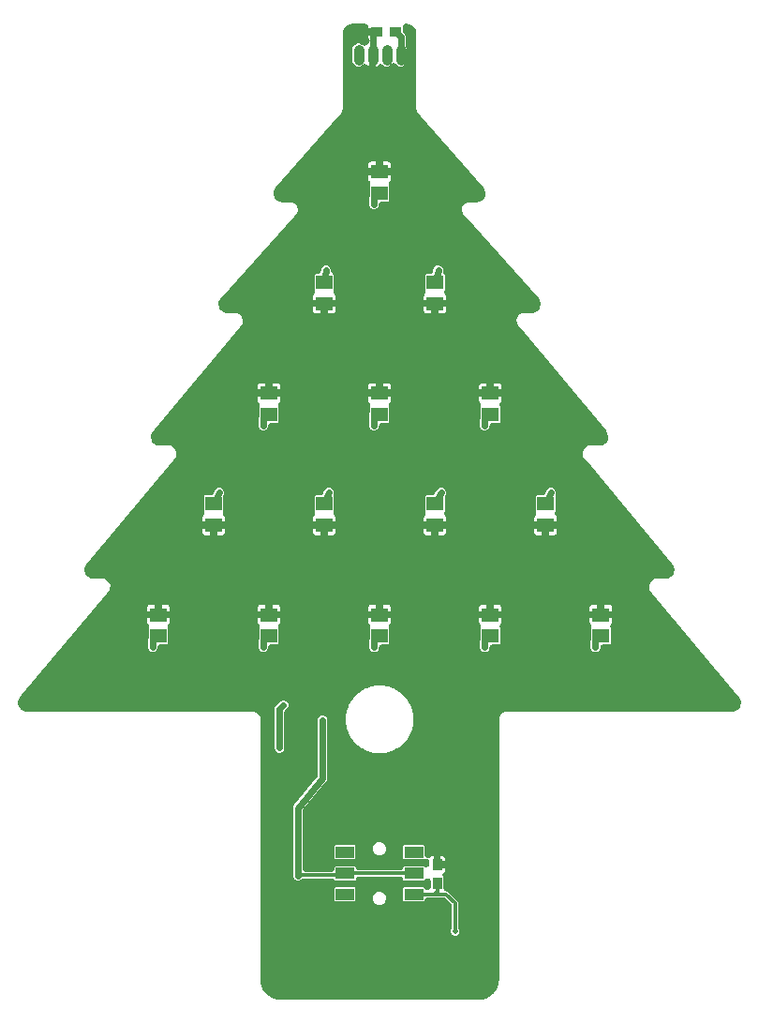
<source format=gbl>
G04 EAGLE Gerber RS-274X export*
G75*
%MOMM*%
%FSLAX34Y34*%
%LPD*%
%INBottom Copper*%
%IPPOS*%
%AMOC8*
5,1,8,0,0,1.08239X$1,22.5*%
G01*
%ADD10R,1.500000X1.300000*%
%ADD11C,0.889000*%
%ADD12R,1.000000X0.900000*%
%ADD13R,1.676400X1.016000*%
%ADD14R,0.900000X1.000000*%
%ADD15C,0.609600*%
%ADD16C,0.502400*%
%ADD17C,0.304800*%

G36*
X390152Y2013D02*
X390152Y2013D01*
X390239Y2010D01*
X392578Y2194D01*
X392595Y2197D01*
X392612Y2197D01*
X392672Y2209D01*
X393065Y2273D01*
X393199Y2317D01*
X393281Y2334D01*
X397730Y3780D01*
X397856Y3832D01*
X397986Y3876D01*
X398057Y3916D01*
X398185Y3969D01*
X398530Y4185D01*
X398579Y4212D01*
X402364Y6962D01*
X402468Y7051D01*
X402578Y7133D01*
X402633Y7193D01*
X402738Y7283D01*
X403000Y7595D01*
X403038Y7636D01*
X405788Y11421D01*
X405859Y11538D01*
X405938Y11649D01*
X405972Y11724D01*
X406044Y11842D01*
X406197Y12219D01*
X406220Y12270D01*
X407666Y16719D01*
X407670Y16736D01*
X407677Y16752D01*
X407688Y16813D01*
X407780Y17199D01*
X407790Y17340D01*
X407806Y17422D01*
X407990Y19761D01*
X407989Y19913D01*
X407999Y20000D01*
X407999Y256876D01*
X409875Y260125D01*
X413124Y262001D01*
X618650Y262001D01*
X618889Y262020D01*
X618994Y262020D01*
X620106Y262147D01*
X620279Y262181D01*
X620453Y262207D01*
X620506Y262225D01*
X620590Y262242D01*
X621053Y262414D01*
X621077Y262428D01*
X621096Y262435D01*
X623096Y263409D01*
X623184Y263461D01*
X623276Y263504D01*
X623396Y263586D01*
X623521Y263660D01*
X623599Y263725D01*
X623683Y263783D01*
X623752Y263853D01*
X623899Y263976D01*
X624090Y264197D01*
X624161Y264269D01*
X625533Y266020D01*
X625589Y266105D01*
X625653Y266184D01*
X625725Y266311D01*
X625805Y266432D01*
X625846Y266525D01*
X625897Y266613D01*
X625928Y266708D01*
X626006Y266882D01*
X626081Y267164D01*
X626113Y267260D01*
X626580Y269435D01*
X626594Y269536D01*
X626616Y269635D01*
X626626Y269780D01*
X626645Y269924D01*
X626641Y270026D01*
X626648Y270128D01*
X626635Y270226D01*
X626629Y270417D01*
X626573Y270704D01*
X626560Y270804D01*
X626027Y272964D01*
X625972Y273131D01*
X625924Y273300D01*
X625898Y273350D01*
X625871Y273432D01*
X625641Y273868D01*
X625624Y273891D01*
X625615Y273908D01*
X625000Y274844D01*
X624853Y275033D01*
X624795Y275121D01*
X624402Y275592D01*
X546636Y368912D01*
X546635Y368912D01*
X545297Y370518D01*
X545204Y370630D01*
X543993Y372083D01*
X543471Y376124D01*
X545200Y379814D01*
X548638Y382001D01*
X558650Y382001D01*
X558889Y382020D01*
X558994Y382020D01*
X560106Y382147D01*
X560279Y382181D01*
X560453Y382207D01*
X560506Y382225D01*
X560590Y382242D01*
X561053Y382414D01*
X561077Y382428D01*
X561096Y382435D01*
X563096Y383409D01*
X563184Y383461D01*
X563276Y383504D01*
X563396Y383586D01*
X563521Y383660D01*
X563599Y383725D01*
X563683Y383783D01*
X563752Y383853D01*
X563899Y383976D01*
X564090Y384197D01*
X564161Y384269D01*
X565533Y386020D01*
X565589Y386105D01*
X565653Y386184D01*
X565725Y386311D01*
X565805Y386432D01*
X565846Y386525D01*
X565897Y386613D01*
X565928Y386708D01*
X566006Y386882D01*
X566081Y387164D01*
X566113Y387260D01*
X566580Y389435D01*
X566594Y389536D01*
X566616Y389635D01*
X566626Y389780D01*
X566645Y389924D01*
X566641Y390026D01*
X566648Y390128D01*
X566635Y390226D01*
X566629Y390417D01*
X566573Y390704D01*
X566560Y390804D01*
X566027Y392964D01*
X565972Y393131D01*
X565924Y393300D01*
X565898Y393350D01*
X565871Y393432D01*
X565641Y393868D01*
X565624Y393891D01*
X565615Y393908D01*
X565000Y394844D01*
X564853Y395033D01*
X564795Y395121D01*
X564087Y395970D01*
X564087Y395971D01*
X486636Y488912D01*
X486635Y488912D01*
X485297Y490518D01*
X485128Y490721D01*
X483993Y492083D01*
X483471Y496124D01*
X485200Y499814D01*
X488638Y502001D01*
X498650Y502001D01*
X498889Y502020D01*
X498994Y502020D01*
X500106Y502147D01*
X500279Y502181D01*
X500453Y502207D01*
X500506Y502225D01*
X500590Y502242D01*
X501053Y502414D01*
X501077Y502428D01*
X501096Y502435D01*
X503096Y503409D01*
X503184Y503461D01*
X503276Y503504D01*
X503396Y503586D01*
X503521Y503660D01*
X503599Y503725D01*
X503683Y503783D01*
X503752Y503853D01*
X503899Y503976D01*
X504090Y504197D01*
X504161Y504269D01*
X505533Y506020D01*
X505582Y506095D01*
X505609Y506128D01*
X505612Y506134D01*
X505653Y506184D01*
X505725Y506311D01*
X505805Y506432D01*
X505846Y506525D01*
X505897Y506613D01*
X505928Y506708D01*
X506006Y506882D01*
X506081Y507164D01*
X506113Y507260D01*
X506580Y509435D01*
X506594Y509536D01*
X506616Y509635D01*
X506626Y509780D01*
X506645Y509924D01*
X506641Y510026D01*
X506648Y510128D01*
X506635Y510226D01*
X506629Y510417D01*
X506573Y510704D01*
X506560Y510804D01*
X506027Y512964D01*
X505972Y513131D01*
X505924Y513300D01*
X505898Y513350D01*
X505871Y513432D01*
X505641Y513868D01*
X505624Y513891D01*
X505615Y513908D01*
X505000Y514844D01*
X504853Y515033D01*
X504795Y515121D01*
X504461Y515521D01*
X426636Y608912D01*
X426635Y608912D01*
X425297Y610518D01*
X425213Y610619D01*
X423993Y612083D01*
X423471Y616124D01*
X424961Y619305D01*
X425200Y619814D01*
X428638Y622001D01*
X437546Y622001D01*
X437791Y622021D01*
X437897Y622021D01*
X439027Y622152D01*
X439209Y622188D01*
X439391Y622216D01*
X439438Y622233D01*
X439511Y622248D01*
X439973Y622421D01*
X440007Y622440D01*
X440032Y622449D01*
X442057Y623455D01*
X442154Y623513D01*
X442256Y623563D01*
X442366Y623640D01*
X442480Y623709D01*
X442567Y623782D01*
X442659Y623848D01*
X442724Y623916D01*
X442856Y624028D01*
X443065Y624274D01*
X443130Y624342D01*
X444497Y626143D01*
X444558Y626238D01*
X444627Y626328D01*
X444691Y626446D01*
X444763Y626559D01*
X444807Y626663D01*
X444861Y626763D01*
X444889Y626853D01*
X444958Y627012D01*
X445036Y627325D01*
X445063Y627414D01*
X445487Y629635D01*
X445499Y629748D01*
X445521Y629859D01*
X445526Y629993D01*
X445540Y630126D01*
X445534Y630239D01*
X445538Y630352D01*
X445523Y630445D01*
X445513Y630618D01*
X445444Y630933D01*
X445429Y631026D01*
X444821Y633204D01*
X444758Y633377D01*
X444701Y633553D01*
X444677Y633596D01*
X444651Y633667D01*
X444408Y634096D01*
X444384Y634126D01*
X444371Y634149D01*
X443712Y635077D01*
X443554Y635265D01*
X443492Y635351D01*
X377422Y708763D01*
X376023Y710317D01*
X374925Y711537D01*
X374042Y714700D01*
X374658Y717925D01*
X376644Y720541D01*
X379585Y722001D01*
X387840Y722001D01*
X388084Y722020D01*
X388189Y722021D01*
X389315Y722150D01*
X389494Y722186D01*
X389674Y722214D01*
X389722Y722231D01*
X389799Y722246D01*
X390261Y722419D01*
X390292Y722437D01*
X390316Y722446D01*
X392335Y723443D01*
X392429Y723500D01*
X392529Y723547D01*
X392640Y723626D01*
X392758Y723696D01*
X392842Y723768D01*
X392932Y723831D01*
X392999Y723900D01*
X393135Y724015D01*
X393338Y724253D01*
X393405Y724323D01*
X394774Y726111D01*
X394834Y726204D01*
X394901Y726291D01*
X394967Y726411D01*
X395041Y726526D01*
X395085Y726627D01*
X395138Y726724D01*
X395167Y726815D01*
X395238Y726978D01*
X395315Y727282D01*
X395344Y727374D01*
X395779Y729583D01*
X395792Y729693D01*
X395814Y729801D01*
X395819Y729938D01*
X395835Y730074D01*
X395830Y730184D01*
X395834Y730294D01*
X395820Y730389D01*
X395811Y730566D01*
X395745Y730873D01*
X395731Y730968D01*
X395143Y733142D01*
X395081Y733314D01*
X395026Y733488D01*
X395002Y733533D01*
X394976Y733606D01*
X394736Y734038D01*
X394714Y734066D01*
X394702Y734088D01*
X394054Y735018D01*
X393899Y735206D01*
X393838Y735292D01*
X337385Y799273D01*
X336001Y800841D01*
X334550Y802485D01*
X332999Y806588D01*
X332999Y875000D01*
X332983Y875198D01*
X332985Y875299D01*
X332889Y876265D01*
X332870Y876370D01*
X332861Y876477D01*
X332834Y876570D01*
X332801Y876750D01*
X332699Y877038D01*
X332672Y877132D01*
X331933Y878917D01*
X331928Y878926D01*
X331925Y878935D01*
X331815Y879148D01*
X331708Y879356D01*
X331702Y879364D01*
X331697Y879373D01*
X331672Y879404D01*
X331415Y879753D01*
X331321Y879845D01*
X331272Y879906D01*
X329906Y881272D01*
X329899Y881278D01*
X329892Y881286D01*
X329710Y881439D01*
X329530Y881592D01*
X329522Y881597D01*
X329514Y881603D01*
X329479Y881622D01*
X329107Y881846D01*
X328986Y881895D01*
X328917Y881933D01*
X327132Y882672D01*
X327030Y882705D01*
X326932Y882747D01*
X326837Y882767D01*
X326663Y882823D01*
X326361Y882869D01*
X326265Y882889D01*
X325299Y882985D01*
X325100Y882988D01*
X325000Y882999D01*
X323718Y882999D01*
X323642Y882993D01*
X323566Y882995D01*
X323397Y882973D01*
X323226Y882959D01*
X323152Y882941D01*
X323077Y882931D01*
X322913Y882882D01*
X322747Y882841D01*
X322678Y882811D01*
X322604Y882789D01*
X322451Y882713D01*
X322294Y882646D01*
X322230Y882605D01*
X322161Y882572D01*
X322022Y882473D01*
X321878Y882381D01*
X321821Y882330D01*
X321759Y882286D01*
X321638Y882166D01*
X321510Y882052D01*
X321462Y881993D01*
X321408Y881939D01*
X321307Y881801D01*
X321200Y881668D01*
X321163Y881602D01*
X321118Y881541D01*
X321041Y881388D01*
X320956Y881240D01*
X320930Y881168D01*
X320895Y881100D01*
X320844Y880937D01*
X320785Y880777D01*
X320770Y880702D01*
X320747Y880630D01*
X320735Y880525D01*
X320690Y880293D01*
X320683Y880057D01*
X320671Y879952D01*
X320671Y876899D01*
X320680Y876785D01*
X320679Y876671D01*
X320700Y876540D01*
X320711Y876407D01*
X320738Y876297D01*
X320756Y876184D01*
X320797Y876057D01*
X320829Y875929D01*
X320874Y875824D01*
X320910Y875715D01*
X320972Y875597D01*
X321024Y875475D01*
X321085Y875379D01*
X321138Y875278D01*
X321197Y875204D01*
X321289Y875059D01*
X321505Y874817D01*
X321563Y874744D01*
X322711Y873596D01*
X323369Y872009D01*
X323369Y864472D01*
X323378Y864358D01*
X323377Y864244D01*
X323398Y864112D01*
X323409Y863980D01*
X323436Y863869D01*
X323454Y863756D01*
X323495Y863630D01*
X323527Y863501D01*
X323572Y863396D01*
X323608Y863288D01*
X323670Y863170D01*
X323722Y863048D01*
X323783Y862952D01*
X323788Y862942D01*
X324766Y860582D01*
X324766Y849418D01*
X323896Y847317D01*
X322288Y845709D01*
X320187Y844839D01*
X317913Y844839D01*
X315812Y845709D01*
X314855Y846667D01*
X314797Y846716D01*
X314744Y846772D01*
X314609Y846876D01*
X314479Y846986D01*
X314413Y847026D01*
X314353Y847072D01*
X314203Y847153D01*
X314056Y847241D01*
X313985Y847269D01*
X313918Y847305D01*
X313757Y847361D01*
X313598Y847424D01*
X313524Y847441D01*
X313452Y847465D01*
X313283Y847494D01*
X313116Y847531D01*
X313040Y847535D01*
X312965Y847548D01*
X312794Y847549D01*
X312624Y847559D01*
X312548Y847551D01*
X312472Y847551D01*
X312303Y847524D01*
X312133Y847506D01*
X312060Y847486D01*
X311985Y847474D01*
X311822Y847421D01*
X311658Y847376D01*
X311588Y847344D01*
X311516Y847320D01*
X311365Y847241D01*
X311209Y847170D01*
X311146Y847127D01*
X311078Y847092D01*
X310996Y847027D01*
X310800Y846895D01*
X310628Y846733D01*
X310545Y846667D01*
X309588Y845709D01*
X307487Y844839D01*
X305213Y844839D01*
X303112Y845709D01*
X303053Y845769D01*
X302995Y845818D01*
X302943Y845874D01*
X302807Y845978D01*
X302677Y846088D01*
X302612Y846128D01*
X302551Y846174D01*
X302400Y846255D01*
X302254Y846343D01*
X302184Y846371D01*
X302116Y846407D01*
X301954Y846463D01*
X301796Y846526D01*
X301722Y846543D01*
X301650Y846567D01*
X301481Y846596D01*
X301315Y846633D01*
X301239Y846637D01*
X301163Y846650D01*
X300992Y846651D01*
X300822Y846661D01*
X300746Y846653D01*
X300670Y846653D01*
X300501Y846626D01*
X300332Y846608D01*
X300258Y846588D01*
X300183Y846576D01*
X300020Y846523D01*
X299856Y846478D01*
X299786Y846446D01*
X299714Y846422D01*
X299563Y846343D01*
X299407Y846272D01*
X299344Y846230D01*
X299276Y846194D01*
X299194Y846128D01*
X298998Y845997D01*
X298826Y845835D01*
X298743Y845769D01*
X298103Y845129D01*
X296959Y844364D01*
X296697Y844256D01*
X296697Y855000D01*
X296691Y855076D01*
X296694Y855152D01*
X296671Y855321D01*
X296657Y855491D01*
X296639Y855565D01*
X296629Y855641D01*
X296580Y855805D01*
X296539Y855970D01*
X296509Y856040D01*
X296487Y856113D01*
X296412Y856267D01*
X296344Y856424D01*
X296303Y856488D01*
X296270Y856556D01*
X296171Y856696D01*
X296079Y856840D01*
X296028Y856896D01*
X295984Y856959D01*
X295864Y857080D01*
X295750Y857208D01*
X295691Y857255D01*
X295638Y857310D01*
X295499Y857410D01*
X295367Y857517D01*
X295300Y857555D01*
X295239Y857600D01*
X295086Y857677D01*
X294938Y857761D01*
X294866Y857788D01*
X294798Y857822D01*
X294636Y857874D01*
X294475Y857933D01*
X294401Y857948D01*
X294328Y857971D01*
X294223Y857982D01*
X293991Y858028D01*
X293755Y858035D01*
X293650Y858047D01*
X293574Y858041D01*
X293498Y858043D01*
X293328Y858021D01*
X293158Y858007D01*
X293084Y857989D01*
X293009Y857979D01*
X292845Y857929D01*
X292679Y857888D01*
X292609Y857858D01*
X292536Y857836D01*
X292383Y857761D01*
X292226Y857694D01*
X292162Y857653D01*
X292093Y857619D01*
X291954Y857520D01*
X291810Y857429D01*
X291753Y857378D01*
X291691Y857334D01*
X291569Y857214D01*
X291442Y857100D01*
X291394Y857041D01*
X291340Y856987D01*
X291239Y856849D01*
X291132Y856716D01*
X291094Y856650D01*
X291049Y856588D01*
X290973Y856436D01*
X290888Y856287D01*
X290861Y856216D01*
X290827Y856148D01*
X290776Y855985D01*
X290716Y855825D01*
X290702Y855750D01*
X290679Y855677D01*
X290667Y855573D01*
X290622Y855341D01*
X290614Y855105D01*
X290603Y855000D01*
X290603Y844256D01*
X290341Y844364D01*
X289197Y845129D01*
X288557Y845769D01*
X288499Y845818D01*
X288446Y845874D01*
X288311Y845978D01*
X288181Y846088D01*
X288115Y846128D01*
X288055Y846174D01*
X287905Y846255D01*
X287758Y846343D01*
X287687Y846371D01*
X287620Y846407D01*
X287459Y846463D01*
X287300Y846526D01*
X287226Y846543D01*
X287154Y846567D01*
X286986Y846596D01*
X286819Y846633D01*
X286742Y846637D01*
X286667Y846650D01*
X286497Y846651D01*
X286326Y846661D01*
X286250Y846652D01*
X286174Y846653D01*
X286006Y846626D01*
X285835Y846608D01*
X285762Y846588D01*
X285686Y846576D01*
X285524Y846523D01*
X285360Y846478D01*
X285291Y846446D01*
X285218Y846422D01*
X285066Y846343D01*
X284911Y846272D01*
X284848Y846229D01*
X284780Y846194D01*
X284698Y846129D01*
X284502Y845997D01*
X284329Y845835D01*
X284247Y845769D01*
X284188Y845709D01*
X282087Y844839D01*
X279813Y844839D01*
X277712Y845709D01*
X276104Y847317D01*
X275234Y849418D01*
X275234Y860582D01*
X276104Y862683D01*
X277712Y864291D01*
X279813Y865161D01*
X282087Y865161D01*
X284188Y864291D01*
X284247Y864231D01*
X284305Y864182D01*
X284357Y864126D01*
X284493Y864022D01*
X284623Y863912D01*
X284688Y863872D01*
X284749Y863826D01*
X284900Y863745D01*
X285046Y863657D01*
X285116Y863629D01*
X285184Y863593D01*
X285346Y863537D01*
X285504Y863474D01*
X285578Y863457D01*
X285650Y863433D01*
X285819Y863404D01*
X285985Y863367D01*
X286061Y863363D01*
X286137Y863350D01*
X286308Y863349D01*
X286478Y863339D01*
X286554Y863347D01*
X286630Y863347D01*
X286799Y863374D01*
X286968Y863392D01*
X287042Y863412D01*
X287117Y863424D01*
X287280Y863477D01*
X287444Y863522D01*
X287514Y863554D01*
X287586Y863578D01*
X287737Y863657D01*
X287893Y863728D01*
X287956Y863770D01*
X288024Y863806D01*
X288106Y863872D01*
X288302Y864003D01*
X288474Y864165D01*
X288557Y864231D01*
X289197Y864871D01*
X289729Y865227D01*
X289830Y865307D01*
X289937Y865378D01*
X290023Y865460D01*
X290116Y865533D01*
X290202Y865628D01*
X290296Y865716D01*
X290369Y865811D01*
X290448Y865898D01*
X290518Y866006D01*
X290596Y866108D01*
X290653Y866212D01*
X290717Y866312D01*
X290769Y866429D01*
X290830Y866542D01*
X290868Y866655D01*
X290916Y866763D01*
X290948Y866888D01*
X290990Y867009D01*
X291010Y867126D01*
X291039Y867241D01*
X291051Y867369D01*
X291072Y867495D01*
X291073Y867614D01*
X291084Y867732D01*
X291075Y867860D01*
X291075Y867989D01*
X291057Y868106D01*
X291048Y868224D01*
X291019Y868349D01*
X290999Y868476D01*
X290962Y868589D01*
X290934Y868704D01*
X290885Y868823D01*
X290844Y868945D01*
X290790Y869050D01*
X290744Y869160D01*
X290676Y869268D01*
X290617Y869382D01*
X290563Y869450D01*
X290483Y869578D01*
X290417Y869653D01*
X290032Y870319D01*
X289859Y870965D01*
X289859Y872753D01*
X297400Y872753D01*
X297476Y872759D01*
X297552Y872756D01*
X297721Y872779D01*
X297891Y872793D01*
X297965Y872811D01*
X298041Y872821D01*
X298205Y872870D01*
X298370Y872911D01*
X298440Y872941D01*
X298513Y872963D01*
X298667Y873038D01*
X298824Y873106D01*
X298888Y873147D01*
X298956Y873180D01*
X299096Y873279D01*
X299240Y873371D01*
X299296Y873422D01*
X299359Y873466D01*
X299480Y873586D01*
X299608Y873700D01*
X299655Y873759D01*
X299710Y873812D01*
X299810Y873951D01*
X299917Y874083D01*
X299955Y874150D01*
X300000Y874211D01*
X300077Y874364D01*
X300161Y874512D01*
X300188Y874584D01*
X300222Y874652D01*
X300274Y874814D01*
X300333Y874975D01*
X300348Y875049D01*
X300371Y875122D01*
X300382Y875227D01*
X300428Y875459D01*
X300435Y875695D01*
X300447Y875800D01*
X300441Y875876D01*
X300443Y875943D01*
X300443Y875952D01*
X300421Y876121D01*
X300407Y876292D01*
X300389Y876366D01*
X300379Y876441D01*
X300329Y876605D01*
X300288Y876771D01*
X300258Y876841D01*
X300236Y876914D01*
X300161Y877067D01*
X300094Y877224D01*
X300053Y877288D01*
X300019Y877357D01*
X299920Y877496D01*
X299829Y877640D01*
X299778Y877697D01*
X299734Y877759D01*
X299614Y877881D01*
X299500Y878008D01*
X299441Y878056D01*
X299387Y878110D01*
X299249Y878211D01*
X299116Y878318D01*
X299050Y878356D01*
X298988Y878400D01*
X298836Y878477D01*
X298687Y878562D01*
X298616Y878588D01*
X298548Y878623D01*
X298385Y878674D01*
X298225Y878734D01*
X298150Y878748D01*
X298077Y878771D01*
X297973Y878783D01*
X297741Y878828D01*
X297505Y878836D01*
X297400Y878847D01*
X289859Y878847D01*
X289859Y879952D01*
X289853Y880028D01*
X289855Y880104D01*
X289833Y880273D01*
X289819Y880444D01*
X289801Y880518D01*
X289791Y880593D01*
X289742Y880757D01*
X289701Y880923D01*
X289671Y880992D01*
X289649Y881066D01*
X289573Y881219D01*
X289506Y881376D01*
X289465Y881440D01*
X289432Y881509D01*
X289333Y881648D01*
X289241Y881792D01*
X289190Y881849D01*
X289146Y881911D01*
X289026Y882032D01*
X288912Y882160D01*
X288853Y882208D01*
X288799Y882262D01*
X288662Y882362D01*
X288529Y882470D01*
X288462Y882508D01*
X288401Y882552D01*
X288248Y882629D01*
X288100Y882714D01*
X288028Y882740D01*
X287960Y882775D01*
X287797Y882826D01*
X287637Y882885D01*
X287562Y882900D01*
X287490Y882923D01*
X287385Y882935D01*
X287153Y882980D01*
X286917Y882987D01*
X286812Y882999D01*
X275000Y882999D01*
X274802Y882983D01*
X274701Y882985D01*
X273735Y882889D01*
X273630Y882870D01*
X273523Y882861D01*
X273430Y882834D01*
X273250Y882801D01*
X272962Y882699D01*
X272868Y882672D01*
X271083Y881933D01*
X271074Y881928D01*
X271065Y881925D01*
X270852Y881815D01*
X270644Y881708D01*
X270636Y881702D01*
X270627Y881697D01*
X270596Y881672D01*
X270247Y881415D01*
X270155Y881321D01*
X270094Y881272D01*
X268728Y879906D01*
X268722Y879899D01*
X268714Y879892D01*
X268561Y879710D01*
X268408Y879530D01*
X268403Y879522D01*
X268397Y879514D01*
X268378Y879479D01*
X268154Y879107D01*
X268105Y878986D01*
X268067Y878917D01*
X267328Y877132D01*
X267295Y877030D01*
X267253Y876932D01*
X267233Y876837D01*
X267177Y876663D01*
X267131Y876361D01*
X267111Y876265D01*
X267015Y875299D01*
X267012Y875100D01*
X267001Y875000D01*
X267001Y806588D01*
X265450Y802485D01*
X263999Y800841D01*
X262615Y799273D01*
X206162Y735292D01*
X206015Y735097D01*
X205946Y735018D01*
X205298Y734088D01*
X205206Y733930D01*
X205108Y733776D01*
X205089Y733729D01*
X205050Y733661D01*
X204874Y733200D01*
X204867Y733165D01*
X204857Y733142D01*
X204269Y730968D01*
X204249Y730860D01*
X204219Y730754D01*
X204204Y730618D01*
X204179Y730483D01*
X204177Y730373D01*
X204165Y730263D01*
X204173Y730168D01*
X204169Y729990D01*
X204213Y729680D01*
X204221Y729583D01*
X204656Y727374D01*
X204686Y727268D01*
X204707Y727159D01*
X204753Y727031D01*
X204791Y726899D01*
X204837Y726799D01*
X204875Y726696D01*
X204924Y726614D01*
X205000Y726452D01*
X205177Y726193D01*
X205226Y726111D01*
X206595Y724323D01*
X206669Y724241D01*
X206735Y724153D01*
X206834Y724058D01*
X206926Y723957D01*
X207012Y723888D01*
X207092Y723811D01*
X207172Y723760D01*
X207311Y723649D01*
X207585Y723495D01*
X207665Y723443D01*
X209684Y722446D01*
X209854Y722378D01*
X210021Y722304D01*
X210071Y722292D01*
X210143Y722264D01*
X210625Y722158D01*
X210661Y722156D01*
X210685Y722150D01*
X211811Y722021D01*
X212055Y722013D01*
X212160Y722001D01*
X220415Y722001D01*
X223356Y720541D01*
X225342Y717925D01*
X225958Y714700D01*
X225075Y711537D01*
X223977Y710317D01*
X222578Y708763D01*
X156508Y635351D01*
X156359Y635156D01*
X156288Y635077D01*
X155629Y634149D01*
X155535Y633990D01*
X155434Y633836D01*
X155416Y633790D01*
X155377Y633725D01*
X155197Y633266D01*
X155189Y633229D01*
X155179Y633204D01*
X154571Y631026D01*
X154549Y630914D01*
X154518Y630805D01*
X154502Y630672D01*
X154477Y630541D01*
X154474Y630428D01*
X154461Y630315D01*
X154468Y630221D01*
X154463Y630048D01*
X154506Y629729D01*
X154513Y629635D01*
X154937Y627414D01*
X154967Y627305D01*
X154987Y627193D01*
X155033Y627067D01*
X155068Y626938D01*
X155116Y626835D01*
X155154Y626729D01*
X155202Y626648D01*
X155275Y626490D01*
X155455Y626223D01*
X155503Y626143D01*
X156870Y624342D01*
X156946Y624257D01*
X157014Y624166D01*
X157110Y624074D01*
X157199Y623974D01*
X157288Y623903D01*
X157369Y623824D01*
X157449Y623773D01*
X157584Y623665D01*
X157864Y623505D01*
X157943Y623455D01*
X159968Y622449D01*
X160140Y622381D01*
X160308Y622305D01*
X160357Y622294D01*
X160426Y622266D01*
X160908Y622160D01*
X160947Y622158D01*
X160973Y622152D01*
X162103Y622021D01*
X162349Y622013D01*
X162454Y622001D01*
X171362Y622001D01*
X174800Y619814D01*
X176529Y616124D01*
X176007Y612083D01*
X175386Y611338D01*
X174703Y610519D01*
X174703Y610518D01*
X173364Y608912D01*
X96544Y516727D01*
X95205Y515121D01*
X95067Y514925D01*
X95000Y514844D01*
X94385Y513908D01*
X94300Y513754D01*
X94209Y513604D01*
X94189Y513551D01*
X94148Y513476D01*
X93984Y513010D01*
X93979Y512983D01*
X93973Y512964D01*
X93440Y510804D01*
X93424Y510704D01*
X93398Y510605D01*
X93385Y510460D01*
X93361Y510317D01*
X93362Y510215D01*
X93352Y510114D01*
X93362Y510015D01*
X93362Y509824D01*
X93410Y509536D01*
X93420Y509435D01*
X93887Y507260D01*
X93916Y507162D01*
X93936Y507063D01*
X93987Y506927D01*
X94029Y506788D01*
X94074Y506696D01*
X94109Y506601D01*
X94161Y506516D01*
X94245Y506344D01*
X94414Y506107D01*
X94467Y506020D01*
X95839Y504269D01*
X95908Y504194D01*
X95970Y504113D01*
X96075Y504014D01*
X96174Y503907D01*
X96254Y503844D01*
X96328Y503774D01*
X96412Y503721D01*
X96563Y503603D01*
X96818Y503463D01*
X96904Y503409D01*
X98904Y502435D01*
X99068Y502371D01*
X99229Y502299D01*
X99283Y502287D01*
X99364Y502255D01*
X99846Y502153D01*
X99874Y502151D01*
X99894Y502147D01*
X101006Y502020D01*
X101246Y502013D01*
X101350Y502001D01*
X111362Y502001D01*
X114800Y499814D01*
X116529Y496124D01*
X116007Y492083D01*
X115139Y491042D01*
X114703Y490518D01*
X113365Y488912D01*
X113364Y488912D01*
X35205Y395121D01*
X35067Y394925D01*
X35000Y394844D01*
X34385Y393908D01*
X34300Y393754D01*
X34209Y393604D01*
X34189Y393551D01*
X34148Y393475D01*
X33984Y393010D01*
X33979Y392982D01*
X33973Y392964D01*
X33440Y390804D01*
X33424Y390704D01*
X33398Y390605D01*
X33385Y390460D01*
X33361Y390317D01*
X33362Y390215D01*
X33352Y390114D01*
X33362Y390015D01*
X33362Y389824D01*
X33410Y389536D01*
X33420Y389435D01*
X33887Y387260D01*
X33916Y387162D01*
X33936Y387063D01*
X33987Y386927D01*
X34029Y386788D01*
X34074Y386696D01*
X34109Y386601D01*
X34161Y386516D01*
X34245Y386344D01*
X34414Y386107D01*
X34467Y386020D01*
X35839Y384269D01*
X35908Y384194D01*
X35970Y384113D01*
X36075Y384014D01*
X36174Y383907D01*
X36254Y383844D01*
X36328Y383774D01*
X36412Y383721D01*
X36563Y383603D01*
X36818Y383463D01*
X36904Y383409D01*
X38904Y382435D01*
X39068Y382371D01*
X39229Y382299D01*
X39283Y382287D01*
X39364Y382255D01*
X39846Y382153D01*
X39874Y382151D01*
X39894Y382147D01*
X41006Y382020D01*
X41246Y382013D01*
X41350Y382001D01*
X51362Y382001D01*
X54800Y379814D01*
X56529Y376124D01*
X56007Y372083D01*
X55358Y371305D01*
X54703Y370518D01*
X53364Y368912D01*
X-23456Y276727D01*
X-24795Y275121D01*
X-24886Y274992D01*
X-24942Y274922D01*
X-24957Y274896D01*
X-25000Y274844D01*
X-25615Y273908D01*
X-25700Y273754D01*
X-25791Y273604D01*
X-25811Y273551D01*
X-25852Y273476D01*
X-26016Y273010D01*
X-26021Y272983D01*
X-26027Y272964D01*
X-26560Y270804D01*
X-26576Y270704D01*
X-26602Y270605D01*
X-26615Y270460D01*
X-26639Y270317D01*
X-26638Y270215D01*
X-26648Y270114D01*
X-26638Y270015D01*
X-26638Y269824D01*
X-26590Y269536D01*
X-26580Y269435D01*
X-26113Y267260D01*
X-26084Y267162D01*
X-26064Y267063D01*
X-26013Y266927D01*
X-25971Y266788D01*
X-25926Y266696D01*
X-25891Y266601D01*
X-25839Y266516D01*
X-25755Y266344D01*
X-25586Y266107D01*
X-25533Y266020D01*
X-24161Y264269D01*
X-24092Y264194D01*
X-24030Y264113D01*
X-23925Y264014D01*
X-23826Y263907D01*
X-23746Y263844D01*
X-23672Y263774D01*
X-23588Y263721D01*
X-23437Y263603D01*
X-23182Y263463D01*
X-23096Y263409D01*
X-21096Y262435D01*
X-21072Y262426D01*
X-21050Y262413D01*
X-20908Y262360D01*
X-20771Y262299D01*
X-20716Y262287D01*
X-20636Y262255D01*
X-20611Y262250D01*
X-20587Y262241D01*
X-20368Y262198D01*
X-20154Y262153D01*
X-20128Y262151D01*
X-20115Y262149D01*
X-20106Y262147D01*
X-18994Y262020D01*
X-18755Y262013D01*
X-18650Y262001D01*
X186876Y262001D01*
X190125Y260125D01*
X192001Y256876D01*
X192001Y20000D01*
X192013Y19848D01*
X192010Y19761D01*
X192194Y17422D01*
X192197Y17405D01*
X192197Y17388D01*
X192209Y17328D01*
X192273Y16935D01*
X192317Y16801D01*
X192334Y16719D01*
X193780Y12270D01*
X193832Y12144D01*
X193876Y12014D01*
X193916Y11943D01*
X193969Y11815D01*
X194185Y11470D01*
X194212Y11421D01*
X196962Y7636D01*
X197051Y7532D01*
X197133Y7422D01*
X197193Y7367D01*
X197283Y7262D01*
X197595Y7000D01*
X197636Y6962D01*
X201421Y4212D01*
X201538Y4141D01*
X201649Y4062D01*
X201724Y4028D01*
X201842Y3956D01*
X202219Y3803D01*
X202270Y3780D01*
X206719Y2334D01*
X206736Y2330D01*
X206752Y2323D01*
X206813Y2312D01*
X207199Y2220D01*
X207340Y2210D01*
X207422Y2194D01*
X209761Y2010D01*
X209913Y2011D01*
X210000Y2001D01*
X390000Y2001D01*
X390152Y2013D01*
G37*
%LPC*%
G36*
X367548Y59717D02*
X367548Y59717D01*
X366157Y60293D01*
X365093Y61357D01*
X364517Y62748D01*
X364517Y64252D01*
X365273Y66078D01*
X365276Y66087D01*
X365281Y66096D01*
X365352Y66323D01*
X365425Y66547D01*
X365426Y66557D01*
X365429Y66566D01*
X365433Y66606D01*
X365498Y67035D01*
X365496Y67166D01*
X365505Y67244D01*
X365505Y86480D01*
X365496Y86594D01*
X365497Y86708D01*
X365476Y86840D01*
X365465Y86972D01*
X365438Y87083D01*
X365420Y87196D01*
X365379Y87322D01*
X365347Y87451D01*
X365302Y87556D01*
X365266Y87664D01*
X365204Y87782D01*
X365152Y87904D01*
X365091Y88000D01*
X365038Y88102D01*
X364979Y88175D01*
X364887Y88320D01*
X364671Y88562D01*
X364613Y88635D01*
X360085Y93163D01*
X359998Y93237D01*
X359918Y93318D01*
X359810Y93396D01*
X359709Y93482D01*
X359611Y93541D01*
X359519Y93608D01*
X359400Y93668D01*
X359286Y93737D01*
X359180Y93779D01*
X359078Y93831D01*
X358952Y93871D01*
X358828Y93920D01*
X358717Y93945D01*
X358608Y93979D01*
X358514Y93989D01*
X358347Y94027D01*
X358022Y94045D01*
X357930Y94055D01*
X343590Y94055D01*
X343514Y94049D01*
X343438Y94051D01*
X343269Y94029D01*
X343098Y94015D01*
X343024Y93997D01*
X342949Y93987D01*
X342785Y93938D01*
X342619Y93897D01*
X342550Y93867D01*
X342476Y93845D01*
X342323Y93769D01*
X342166Y93702D01*
X342102Y93661D01*
X342033Y93628D01*
X341894Y93529D01*
X341750Y93437D01*
X341693Y93386D01*
X341631Y93342D01*
X341510Y93222D01*
X341382Y93108D01*
X341334Y93049D01*
X341280Y92995D01*
X341179Y92857D01*
X341072Y92724D01*
X341035Y92658D01*
X340990Y92597D01*
X340913Y92444D01*
X340828Y92296D01*
X340802Y92224D01*
X340767Y92156D01*
X340716Y91993D01*
X340657Y91833D01*
X340642Y91758D01*
X340619Y91686D01*
X340607Y91581D01*
X340562Y91349D01*
X340559Y91260D01*
X339798Y90499D01*
X321982Y90499D01*
X321237Y91244D01*
X321237Y102456D01*
X321982Y103201D01*
X339798Y103201D01*
X341027Y101972D01*
X341056Y101947D01*
X341082Y101919D01*
X341244Y101788D01*
X341403Y101652D01*
X341436Y101633D01*
X341466Y101609D01*
X341647Y101506D01*
X341826Y101398D01*
X341861Y101384D01*
X341894Y101365D01*
X342090Y101292D01*
X342284Y101215D01*
X342321Y101206D01*
X342357Y101193D01*
X342562Y101153D01*
X342766Y101108D01*
X342804Y101106D01*
X342841Y101098D01*
X343049Y101092D01*
X343258Y101080D01*
X343296Y101084D01*
X343334Y101083D01*
X343541Y101110D01*
X343749Y101132D01*
X343785Y101142D01*
X343823Y101147D01*
X344024Y101208D01*
X344224Y101263D01*
X344259Y101279D01*
X344296Y101290D01*
X344483Y101382D01*
X344673Y101469D01*
X344704Y101490D01*
X344739Y101507D01*
X344909Y101627D01*
X345082Y101744D01*
X345110Y101770D01*
X345141Y101792D01*
X345289Y101939D01*
X345442Y102082D01*
X345465Y102112D01*
X345492Y102139D01*
X345615Y102307D01*
X345742Y102473D01*
X345760Y102507D01*
X345782Y102538D01*
X345876Y102724D01*
X345975Y102908D01*
X345988Y102944D01*
X346005Y102978D01*
X346067Y103177D01*
X346135Y103375D01*
X346141Y103412D01*
X346153Y103449D01*
X346163Y103541D01*
X346218Y103861D01*
X346219Y104033D01*
X346229Y104127D01*
X346229Y108623D01*
X346226Y108661D01*
X346228Y108700D01*
X346206Y108907D01*
X346189Y109115D01*
X346180Y109152D01*
X346176Y109190D01*
X346121Y109391D01*
X346071Y109594D01*
X346056Y109629D01*
X346045Y109666D01*
X345958Y109856D01*
X345876Y110047D01*
X345856Y110080D01*
X345840Y110114D01*
X345723Y110287D01*
X345611Y110463D01*
X345586Y110492D01*
X345564Y110524D01*
X345421Y110676D01*
X345282Y110831D01*
X345253Y110855D01*
X345227Y110883D01*
X345061Y111010D01*
X344898Y111141D01*
X344865Y111160D01*
X344835Y111183D01*
X344651Y111282D01*
X344470Y111385D01*
X344434Y111399D01*
X344400Y111417D01*
X344203Y111484D01*
X344007Y111557D01*
X343970Y111564D01*
X343934Y111577D01*
X343727Y111612D01*
X343523Y111652D01*
X343485Y111653D01*
X343447Y111659D01*
X343238Y111660D01*
X343030Y111667D01*
X342992Y111662D01*
X342954Y111662D01*
X342747Y111630D01*
X342541Y111603D01*
X342504Y111592D01*
X342467Y111586D01*
X342268Y111520D01*
X342069Y111460D01*
X342034Y111443D01*
X341998Y111431D01*
X341813Y111335D01*
X341625Y111243D01*
X341594Y111221D01*
X341560Y111203D01*
X341488Y111145D01*
X341223Y110958D01*
X341101Y110837D01*
X341027Y110778D01*
X339798Y109549D01*
X321982Y109549D01*
X321220Y110311D01*
X321211Y110379D01*
X321197Y110550D01*
X321179Y110624D01*
X321169Y110699D01*
X321120Y110863D01*
X321079Y111029D01*
X321049Y111098D01*
X321027Y111172D01*
X320951Y111325D01*
X320884Y111482D01*
X320843Y111546D01*
X320810Y111615D01*
X320711Y111754D01*
X320619Y111898D01*
X320568Y111955D01*
X320524Y112017D01*
X320404Y112138D01*
X320290Y112266D01*
X320231Y112314D01*
X320177Y112368D01*
X320039Y112469D01*
X319906Y112576D01*
X319840Y112613D01*
X319779Y112658D01*
X319626Y112735D01*
X319478Y112820D01*
X319406Y112846D01*
X319338Y112881D01*
X319175Y112932D01*
X319015Y112991D01*
X318940Y113006D01*
X318868Y113029D01*
X318763Y113041D01*
X318531Y113086D01*
X318295Y113093D01*
X318190Y113105D01*
X281360Y113105D01*
X281284Y113099D01*
X281208Y113101D01*
X281039Y113079D01*
X280868Y113065D01*
X280794Y113047D01*
X280719Y113037D01*
X280555Y112988D01*
X280389Y112947D01*
X280320Y112917D01*
X280246Y112895D01*
X280093Y112819D01*
X279936Y112752D01*
X279872Y112711D01*
X279803Y112678D01*
X279664Y112579D01*
X279520Y112487D01*
X279463Y112436D01*
X279401Y112392D01*
X279280Y112272D01*
X279152Y112158D01*
X279104Y112099D01*
X279050Y112045D01*
X278949Y111907D01*
X278842Y111774D01*
X278805Y111708D01*
X278760Y111647D01*
X278683Y111494D01*
X278598Y111346D01*
X278572Y111274D01*
X278537Y111206D01*
X278486Y111043D01*
X278427Y110883D01*
X278412Y110808D01*
X278389Y110736D01*
X278377Y110631D01*
X278332Y110399D01*
X278329Y110310D01*
X277568Y109549D01*
X259752Y109549D01*
X258688Y110613D01*
X258601Y110687D01*
X258521Y110768D01*
X258414Y110846D01*
X258312Y110932D01*
X258214Y110991D01*
X258122Y111058D01*
X258003Y111118D01*
X257890Y111187D01*
X257784Y111229D01*
X257682Y111281D01*
X257555Y111321D01*
X257432Y111370D01*
X257320Y111395D01*
X257211Y111429D01*
X257118Y111439D01*
X256950Y111477D01*
X256626Y111495D01*
X256533Y111505D01*
X231525Y111505D01*
X231411Y111496D01*
X231297Y111497D01*
X231166Y111476D01*
X231033Y111465D01*
X230923Y111438D01*
X230810Y111420D01*
X230683Y111379D01*
X230555Y111347D01*
X230450Y111302D01*
X230341Y111266D01*
X230223Y111204D01*
X230101Y111152D01*
X230005Y111091D01*
X229904Y111038D01*
X229830Y110979D01*
X229685Y110887D01*
X229443Y110671D01*
X229370Y110613D01*
X228746Y109989D01*
X227159Y109331D01*
X225441Y109331D01*
X223854Y109989D01*
X222639Y111204D01*
X221981Y112791D01*
X221981Y174720D01*
X221966Y174909D01*
X221968Y175008D01*
X221914Y175575D01*
X221916Y175591D01*
X221953Y175762D01*
X221959Y175875D01*
X222176Y176399D01*
X222235Y176580D01*
X222274Y176671D01*
X222441Y177215D01*
X222449Y177229D01*
X222549Y177372D01*
X222598Y177475D01*
X222999Y177876D01*
X223123Y178021D01*
X223194Y178089D01*
X243433Y202579D01*
X243557Y202756D01*
X243684Y202931D01*
X243698Y202958D01*
X243715Y202983D01*
X243809Y203178D01*
X243907Y203372D01*
X243916Y203401D01*
X243929Y203428D01*
X243990Y203635D01*
X244055Y203842D01*
X244058Y203867D01*
X244068Y203901D01*
X244129Y204391D01*
X244126Y204469D01*
X244131Y204520D01*
X244131Y255049D01*
X244789Y256636D01*
X246004Y257851D01*
X247591Y258509D01*
X249309Y258509D01*
X250896Y257851D01*
X252111Y256636D01*
X252769Y255049D01*
X252769Y202219D01*
X252784Y202030D01*
X252782Y201931D01*
X252836Y201364D01*
X252834Y201348D01*
X252797Y201177D01*
X252791Y201064D01*
X252574Y200540D01*
X252515Y200359D01*
X252476Y200268D01*
X252309Y199724D01*
X252301Y199710D01*
X252201Y199567D01*
X252152Y199464D01*
X251751Y199063D01*
X251627Y198918D01*
X251556Y198850D01*
X231317Y174360D01*
X231193Y174183D01*
X231066Y174008D01*
X231052Y173981D01*
X231035Y173956D01*
X230941Y173760D01*
X230843Y173567D01*
X230834Y173538D01*
X230821Y173511D01*
X230760Y173304D01*
X230695Y173097D01*
X230692Y173072D01*
X230682Y173038D01*
X230621Y172548D01*
X230624Y172470D01*
X230619Y172419D01*
X230619Y120142D01*
X230625Y120066D01*
X230623Y119990D01*
X230645Y119821D01*
X230659Y119650D01*
X230677Y119576D01*
X230687Y119501D01*
X230736Y119337D01*
X230777Y119171D01*
X230807Y119102D01*
X230829Y119028D01*
X230905Y118875D01*
X230972Y118718D01*
X231013Y118654D01*
X231046Y118585D01*
X231145Y118446D01*
X231237Y118302D01*
X231288Y118245D01*
X231332Y118183D01*
X231452Y118062D01*
X231566Y117934D01*
X231625Y117886D01*
X231679Y117832D01*
X231817Y117731D01*
X231950Y117624D01*
X232016Y117587D01*
X232077Y117542D01*
X232230Y117465D01*
X232378Y117380D01*
X232450Y117354D01*
X232518Y117319D01*
X232681Y117268D01*
X232841Y117209D01*
X232916Y117194D01*
X232988Y117171D01*
X233093Y117159D01*
X233325Y117114D01*
X233561Y117107D01*
X233666Y117095D01*
X255960Y117095D01*
X256036Y117101D01*
X256112Y117099D01*
X256281Y117121D01*
X256452Y117135D01*
X256526Y117153D01*
X256601Y117163D01*
X256765Y117212D01*
X256931Y117253D01*
X257000Y117283D01*
X257074Y117305D01*
X257227Y117381D01*
X257384Y117448D01*
X257448Y117489D01*
X257517Y117522D01*
X257656Y117621D01*
X257800Y117713D01*
X257857Y117764D01*
X257919Y117808D01*
X258040Y117928D01*
X258168Y118042D01*
X258216Y118101D01*
X258270Y118155D01*
X258371Y118293D01*
X258478Y118426D01*
X258515Y118492D01*
X258560Y118553D01*
X258637Y118706D01*
X258722Y118854D01*
X258748Y118926D01*
X258783Y118994D01*
X258834Y119157D01*
X258893Y119317D01*
X258908Y119392D01*
X258931Y119464D01*
X258943Y119569D01*
X258988Y119801D01*
X258995Y120037D01*
X259007Y120142D01*
X259007Y121506D01*
X259752Y122251D01*
X277568Y122251D01*
X278330Y121489D01*
X278339Y121421D01*
X278353Y121250D01*
X278371Y121176D01*
X278381Y121101D01*
X278430Y120937D01*
X278471Y120771D01*
X278501Y120702D01*
X278523Y120628D01*
X278599Y120475D01*
X278666Y120318D01*
X278707Y120254D01*
X278740Y120185D01*
X278839Y120046D01*
X278931Y119902D01*
X278982Y119845D01*
X279026Y119783D01*
X279146Y119662D01*
X279260Y119534D01*
X279319Y119486D01*
X279373Y119432D01*
X279511Y119331D01*
X279644Y119224D01*
X279710Y119187D01*
X279771Y119142D01*
X279924Y119065D01*
X280072Y118980D01*
X280144Y118954D01*
X280212Y118919D01*
X280375Y118868D01*
X280535Y118809D01*
X280610Y118794D01*
X280682Y118771D01*
X280787Y118759D01*
X281019Y118714D01*
X281255Y118707D01*
X281360Y118695D01*
X318190Y118695D01*
X318266Y118701D01*
X318342Y118699D01*
X318511Y118721D01*
X318682Y118735D01*
X318756Y118753D01*
X318831Y118763D01*
X318995Y118812D01*
X319161Y118853D01*
X319230Y118883D01*
X319304Y118905D01*
X319457Y118981D01*
X319614Y119048D01*
X319678Y119089D01*
X319747Y119122D01*
X319886Y119221D01*
X320030Y119313D01*
X320087Y119364D01*
X320149Y119408D01*
X320270Y119528D01*
X320398Y119642D01*
X320446Y119701D01*
X320500Y119755D01*
X320601Y119893D01*
X320708Y120026D01*
X320745Y120092D01*
X320790Y120153D01*
X320867Y120306D01*
X320952Y120454D01*
X320978Y120526D01*
X321013Y120594D01*
X321064Y120757D01*
X321123Y120917D01*
X321138Y120992D01*
X321161Y121064D01*
X321173Y121169D01*
X321218Y121401D01*
X321221Y121490D01*
X321982Y122251D01*
X339801Y122251D01*
X339812Y122239D01*
X339974Y122108D01*
X340133Y121972D01*
X340166Y121953D01*
X340196Y121929D01*
X340377Y121826D01*
X340556Y121718D01*
X340591Y121704D01*
X340624Y121685D01*
X340820Y121612D01*
X341014Y121535D01*
X341051Y121526D01*
X341087Y121513D01*
X341291Y121473D01*
X341495Y121428D01*
X341534Y121426D01*
X341571Y121418D01*
X341779Y121412D01*
X341988Y121400D01*
X342026Y121404D01*
X342064Y121403D01*
X342270Y121430D01*
X342479Y121452D01*
X342515Y121463D01*
X342553Y121467D01*
X342753Y121528D01*
X342954Y121583D01*
X342989Y121599D01*
X343026Y121610D01*
X343213Y121702D01*
X343403Y121789D01*
X343434Y121810D01*
X343469Y121827D01*
X343638Y121947D01*
X343812Y122064D01*
X343840Y122090D01*
X343871Y122112D01*
X344019Y122259D01*
X344172Y122402D01*
X344195Y122432D01*
X344222Y122459D01*
X344345Y122628D01*
X344472Y122793D01*
X344490Y122827D01*
X344512Y122858D01*
X344606Y123044D01*
X344705Y123228D01*
X344717Y123264D01*
X344735Y123298D01*
X344797Y123498D01*
X344865Y123695D01*
X344871Y123732D01*
X344883Y123769D01*
X344893Y123861D01*
X344948Y124181D01*
X344949Y124353D01*
X344959Y124447D01*
X344959Y126403D01*
X344956Y126441D01*
X344958Y126480D01*
X344936Y126688D01*
X344919Y126895D01*
X344910Y126932D01*
X344906Y126970D01*
X344851Y127171D01*
X344801Y127374D01*
X344786Y127409D01*
X344775Y127446D01*
X344688Y127636D01*
X344606Y127827D01*
X344586Y127860D01*
X344570Y127894D01*
X344453Y128068D01*
X344341Y128243D01*
X344316Y128272D01*
X344294Y128304D01*
X344151Y128456D01*
X344012Y128611D01*
X343983Y128635D01*
X343956Y128663D01*
X343791Y128790D01*
X343628Y128921D01*
X343595Y128940D01*
X343565Y128963D01*
X343381Y129062D01*
X343200Y129165D01*
X343164Y129179D01*
X343130Y129197D01*
X342933Y129264D01*
X342737Y129337D01*
X342700Y129344D01*
X342664Y129357D01*
X342458Y129392D01*
X342253Y129432D01*
X342215Y129433D01*
X342177Y129439D01*
X341968Y129440D01*
X341760Y129447D01*
X341722Y129442D01*
X341684Y129442D01*
X341477Y129410D01*
X341271Y129383D01*
X341234Y129372D01*
X341197Y129366D01*
X340999Y129300D01*
X340799Y129240D01*
X340764Y129223D01*
X340728Y129211D01*
X340543Y129115D01*
X340355Y129023D01*
X340324Y129001D01*
X340290Y128983D01*
X340217Y128925D01*
X339953Y128738D01*
X339831Y128617D01*
X339809Y128599D01*
X321982Y128599D01*
X321237Y129344D01*
X321237Y140556D01*
X321982Y141301D01*
X339798Y141301D01*
X340543Y140556D01*
X340543Y132843D01*
X340546Y132805D01*
X340544Y132766D01*
X340566Y132558D01*
X340583Y132351D01*
X340592Y132314D01*
X340596Y132276D01*
X340651Y132074D01*
X340701Y131872D01*
X340716Y131837D01*
X340727Y131800D01*
X340814Y131610D01*
X340896Y131419D01*
X340916Y131386D01*
X340932Y131352D01*
X341049Y131178D01*
X341161Y131003D01*
X341186Y130974D01*
X341208Y130942D01*
X341351Y130790D01*
X341490Y130635D01*
X341519Y130611D01*
X341546Y130583D01*
X341711Y130456D01*
X341874Y130325D01*
X341907Y130306D01*
X341937Y130283D01*
X342121Y130184D01*
X342302Y130081D01*
X342338Y130067D01*
X342372Y130049D01*
X342569Y129982D01*
X342765Y129909D01*
X342802Y129902D01*
X342838Y129889D01*
X343044Y129855D01*
X343249Y129814D01*
X343287Y129813D01*
X343325Y129807D01*
X343534Y129806D01*
X343742Y129799D01*
X343780Y129804D01*
X343818Y129804D01*
X344024Y129836D01*
X344231Y129864D01*
X344268Y129875D01*
X344305Y129881D01*
X344504Y129946D01*
X344703Y130006D01*
X344738Y130023D01*
X344774Y130035D01*
X344960Y130131D01*
X345147Y130223D01*
X345178Y130245D01*
X345212Y130263D01*
X345284Y130321D01*
X345549Y130508D01*
X345671Y130629D01*
X345745Y130688D01*
X345940Y130883D01*
X346519Y131218D01*
X347165Y131391D01*
X348953Y131391D01*
X348953Y123850D01*
X348958Y123785D01*
X348956Y123739D01*
X348957Y123731D01*
X348956Y123698D01*
X348979Y123529D01*
X348993Y123359D01*
X349011Y123285D01*
X349021Y123209D01*
X349070Y123045D01*
X349111Y122880D01*
X349141Y122810D01*
X349163Y122737D01*
X349238Y122583D01*
X349306Y122426D01*
X349347Y122362D01*
X349380Y122294D01*
X349479Y122154D01*
X349571Y122010D01*
X349622Y121954D01*
X349666Y121891D01*
X349786Y121770D01*
X349900Y121642D01*
X349959Y121594D01*
X350012Y121540D01*
X350013Y121540D01*
X350151Y121439D01*
X350284Y121332D01*
X350350Y121294D01*
X350412Y121249D01*
X350564Y121173D01*
X350713Y121088D01*
X350784Y121061D01*
X350852Y121027D01*
X351015Y120976D01*
X351175Y120916D01*
X351250Y120902D01*
X351323Y120879D01*
X351427Y120867D01*
X351659Y120822D01*
X351895Y120814D01*
X352000Y120803D01*
X359041Y120803D01*
X359041Y118515D01*
X358868Y117869D01*
X358533Y117290D01*
X357850Y116607D01*
X357801Y116549D01*
X357745Y116496D01*
X357641Y116361D01*
X357530Y116231D01*
X357491Y116165D01*
X357445Y116105D01*
X357364Y115955D01*
X357276Y115808D01*
X357247Y115737D01*
X357211Y115670D01*
X357156Y115509D01*
X357093Y115350D01*
X357076Y115276D01*
X357051Y115204D01*
X357023Y115035D01*
X356986Y114869D01*
X356982Y114792D01*
X356969Y114717D01*
X356968Y114546D01*
X356958Y114376D01*
X356966Y114300D01*
X356966Y114224D01*
X356992Y114055D01*
X357010Y113885D01*
X357031Y113812D01*
X357042Y113737D01*
X357096Y113574D01*
X357141Y113410D01*
X357173Y113341D01*
X357197Y113268D01*
X357276Y113116D01*
X357347Y112961D01*
X357389Y112898D01*
X357425Y112830D01*
X357490Y112748D01*
X357622Y112552D01*
X357771Y112394D01*
X357771Y102692D01*
X357777Y102616D01*
X357775Y102540D01*
X357797Y102371D01*
X357811Y102200D01*
X357829Y102126D01*
X357839Y102051D01*
X357888Y101887D01*
X357929Y101721D01*
X357959Y101652D01*
X357981Y101578D01*
X358057Y101425D01*
X358124Y101268D01*
X358165Y101204D01*
X358198Y101135D01*
X358297Y100996D01*
X358389Y100852D01*
X358440Y100795D01*
X358484Y100733D01*
X358604Y100612D01*
X358718Y100484D01*
X358777Y100436D01*
X358831Y100382D01*
X358969Y100281D01*
X359102Y100174D01*
X359168Y100137D01*
X359229Y100092D01*
X359382Y100015D01*
X359530Y99930D01*
X359602Y99904D01*
X359670Y99869D01*
X359833Y99818D01*
X359993Y99759D01*
X360068Y99744D01*
X360140Y99721D01*
X360245Y99709D01*
X360477Y99664D01*
X360713Y99657D01*
X360818Y99645D01*
X361508Y99645D01*
X371095Y90058D01*
X371095Y67244D01*
X371096Y67234D01*
X371095Y67224D01*
X371115Y66989D01*
X371135Y66752D01*
X371137Y66743D01*
X371138Y66733D01*
X371149Y66695D01*
X371253Y66273D01*
X371305Y66153D01*
X371327Y66078D01*
X372083Y64252D01*
X372083Y62748D01*
X371507Y61357D01*
X370443Y60293D01*
X369052Y59717D01*
X367548Y59717D01*
G37*
%LPD*%
%LPC*%
G36*
X300217Y224347D02*
X300217Y224347D01*
X299866Y224344D01*
X299783Y224347D01*
X299422Y224321D01*
X299403Y224329D01*
X299326Y224343D01*
X299203Y224382D01*
X298768Y224447D01*
X298732Y224453D01*
X296908Y224584D01*
X296764Y224582D01*
X296621Y224591D01*
X296518Y224580D01*
X296415Y224579D01*
X296273Y224555D01*
X296218Y224549D01*
X295853Y224628D01*
X295504Y224675D01*
X295422Y224690D01*
X295062Y224716D01*
X295044Y224726D01*
X294970Y224751D01*
X294854Y224807D01*
X294432Y224933D01*
X294398Y224945D01*
X292611Y225333D01*
X292468Y225353D01*
X292328Y225381D01*
X292225Y225385D01*
X292122Y225399D01*
X291978Y225395D01*
X291923Y225397D01*
X291573Y225528D01*
X291235Y225623D01*
X291155Y225650D01*
X290802Y225727D01*
X290786Y225740D01*
X290716Y225775D01*
X290609Y225847D01*
X290210Y226031D01*
X290177Y226048D01*
X288464Y226687D01*
X288326Y226726D01*
X288191Y226774D01*
X288089Y226793D01*
X287989Y226821D01*
X287847Y226838D01*
X287792Y226848D01*
X287464Y227027D01*
X287142Y227170D01*
X287069Y227207D01*
X286730Y227334D01*
X286715Y227349D01*
X286652Y227393D01*
X286556Y227480D01*
X286187Y227720D01*
X286157Y227741D01*
X284552Y228617D01*
X284421Y228675D01*
X284294Y228742D01*
X284196Y228775D01*
X284101Y228818D01*
X283962Y228854D01*
X283910Y228872D01*
X283611Y229096D01*
X283313Y229283D01*
X283245Y229331D01*
X282927Y229504D01*
X282915Y229521D01*
X282859Y229574D01*
X282776Y229674D01*
X282445Y229963D01*
X282418Y229988D01*
X280955Y231084D01*
X280833Y231160D01*
X280717Y231245D01*
X280625Y231292D01*
X280537Y231347D01*
X280405Y231402D01*
X280355Y231428D01*
X280091Y231692D01*
X279823Y231919D01*
X279762Y231976D01*
X279473Y232193D01*
X279463Y232212D01*
X279415Y232272D01*
X279347Y232383D01*
X279060Y232717D01*
X279038Y232745D01*
X277745Y234038D01*
X277635Y234131D01*
X277533Y234231D01*
X277448Y234290D01*
X277369Y234357D01*
X277246Y234432D01*
X277200Y234463D01*
X276976Y234762D01*
X276744Y235026D01*
X276692Y235091D01*
X276436Y235347D01*
X276429Y235366D01*
X276390Y235433D01*
X276339Y235552D01*
X276103Y235922D01*
X276084Y235955D01*
X274988Y237418D01*
X274893Y237526D01*
X274806Y237640D01*
X274730Y237711D01*
X274661Y237788D01*
X274550Y237879D01*
X274510Y237917D01*
X274331Y238245D01*
X274138Y238539D01*
X274096Y238611D01*
X273879Y238900D01*
X273875Y238921D01*
X273845Y238993D01*
X273812Y239118D01*
X273631Y239518D01*
X273617Y239552D01*
X272741Y241157D01*
X272712Y241200D01*
X272691Y241243D01*
X272641Y241314D01*
X272591Y241402D01*
X272527Y241483D01*
X272470Y241569D01*
X272425Y241619D01*
X272406Y241645D01*
X272358Y241694D01*
X272338Y241719D01*
X272207Y242069D01*
X272058Y242387D01*
X272027Y242464D01*
X271853Y242782D01*
X271852Y242802D01*
X271834Y242878D01*
X271818Y243006D01*
X271696Y243429D01*
X271687Y243464D01*
X271048Y245177D01*
X270987Y245308D01*
X270935Y245441D01*
X270883Y245530D01*
X270839Y245624D01*
X270758Y245743D01*
X270729Y245790D01*
X270650Y246155D01*
X270548Y246492D01*
X270528Y246573D01*
X270401Y246912D01*
X270403Y246932D01*
X270395Y247010D01*
X270398Y247139D01*
X270337Y247575D01*
X270333Y247611D01*
X269945Y249398D01*
X269903Y249535D01*
X269871Y249675D01*
X269831Y249771D01*
X269801Y249870D01*
X269738Y249999D01*
X269717Y250050D01*
X269690Y250422D01*
X269637Y250770D01*
X269628Y250853D01*
X269551Y251206D01*
X269556Y251226D01*
X269559Y251304D01*
X269581Y251432D01*
X269582Y251871D01*
X269584Y251908D01*
X269453Y253732D01*
X269432Y253874D01*
X269419Y254017D01*
X269394Y254117D01*
X269378Y254220D01*
X269334Y254356D01*
X269320Y254410D01*
X269347Y254783D01*
X269345Y255044D01*
X269346Y255075D01*
X269344Y255085D01*
X269344Y255135D01*
X269347Y255217D01*
X269321Y255578D01*
X269329Y255597D01*
X269343Y255674D01*
X269382Y255797D01*
X269447Y256231D01*
X269453Y256268D01*
X269584Y258092D01*
X269582Y258236D01*
X269591Y258379D01*
X269580Y258482D01*
X269579Y258585D01*
X269555Y258727D01*
X269549Y258782D01*
X269628Y259147D01*
X269675Y259496D01*
X269690Y259578D01*
X269716Y259938D01*
X269726Y259956D01*
X269751Y260030D01*
X269807Y260146D01*
X269933Y260568D01*
X269945Y260602D01*
X270333Y262389D01*
X270353Y262532D01*
X270381Y262673D01*
X270385Y262776D01*
X270399Y262878D01*
X270395Y263022D01*
X270397Y263077D01*
X270528Y263427D01*
X270623Y263765D01*
X270650Y263845D01*
X270727Y264198D01*
X270740Y264214D01*
X270775Y264284D01*
X270847Y264391D01*
X271031Y264790D01*
X271048Y264823D01*
X271687Y266536D01*
X271726Y266674D01*
X271774Y266809D01*
X271793Y266911D01*
X271821Y267011D01*
X271838Y267153D01*
X271848Y267208D01*
X272027Y267536D01*
X272170Y267857D01*
X272207Y267931D01*
X272334Y268270D01*
X272349Y268285D01*
X272393Y268348D01*
X272480Y268444D01*
X272720Y268813D01*
X272741Y268843D01*
X273617Y270448D01*
X273675Y270579D01*
X273742Y270706D01*
X273775Y270804D01*
X273818Y270899D01*
X273854Y271038D01*
X273872Y271090D01*
X274096Y271389D01*
X274130Y271443D01*
X274167Y271490D01*
X274245Y271627D01*
X274283Y271687D01*
X274331Y271755D01*
X274504Y272073D01*
X274521Y272085D01*
X274574Y272141D01*
X274674Y272224D01*
X274963Y272555D01*
X274988Y272582D01*
X276084Y274045D01*
X276160Y274167D01*
X276245Y274283D01*
X276292Y274375D01*
X276347Y274463D01*
X276402Y274595D01*
X276428Y274645D01*
X276692Y274909D01*
X276919Y275177D01*
X276976Y275238D01*
X277193Y275527D01*
X277212Y275537D01*
X277272Y275585D01*
X277383Y275653D01*
X277716Y275939D01*
X277745Y275962D01*
X279038Y277255D01*
X279131Y277365D01*
X279231Y277467D01*
X279290Y277552D01*
X279357Y277631D01*
X279431Y277754D01*
X279463Y277800D01*
X279762Y278024D01*
X280026Y278256D01*
X280091Y278308D01*
X280347Y278564D01*
X280366Y278571D01*
X280433Y278610D01*
X280552Y278661D01*
X280922Y278897D01*
X280955Y278916D01*
X282418Y280012D01*
X282526Y280107D01*
X282640Y280194D01*
X282711Y280270D01*
X282788Y280339D01*
X282879Y280450D01*
X282917Y280490D01*
X283245Y280669D01*
X283539Y280862D01*
X283611Y280904D01*
X283900Y281121D01*
X283921Y281125D01*
X283993Y281155D01*
X284118Y281188D01*
X284517Y281369D01*
X284552Y281383D01*
X286157Y282259D01*
X286277Y282338D01*
X286402Y282409D01*
X286483Y282473D01*
X286569Y282530D01*
X286675Y282627D01*
X286719Y282662D01*
X287069Y282793D01*
X287387Y282942D01*
X287464Y282973D01*
X287782Y283147D01*
X287802Y283148D01*
X287878Y283167D01*
X288006Y283182D01*
X288428Y283304D01*
X288464Y283313D01*
X290177Y283952D01*
X290307Y284013D01*
X290441Y284065D01*
X290530Y284117D01*
X290624Y284161D01*
X290743Y284242D01*
X290790Y284271D01*
X291155Y284350D01*
X291492Y284452D01*
X291573Y284472D01*
X291912Y284599D01*
X291932Y284597D01*
X292010Y284605D01*
X292139Y284602D01*
X292574Y284663D01*
X292611Y284667D01*
X294398Y285055D01*
X294535Y285097D01*
X294675Y285129D01*
X294771Y285169D01*
X294870Y285199D01*
X294998Y285262D01*
X295050Y285283D01*
X295422Y285310D01*
X295770Y285363D01*
X295853Y285372D01*
X296206Y285449D01*
X296226Y285444D01*
X296304Y285441D01*
X296432Y285419D01*
X296871Y285418D01*
X296908Y285416D01*
X298732Y285547D01*
X298874Y285568D01*
X299017Y285581D01*
X299117Y285606D01*
X299220Y285622D01*
X299356Y285666D01*
X299410Y285680D01*
X299783Y285653D01*
X300134Y285656D01*
X300217Y285653D01*
X300578Y285679D01*
X300597Y285671D01*
X300674Y285657D01*
X300797Y285618D01*
X301231Y285553D01*
X301268Y285547D01*
X303092Y285416D01*
X303236Y285418D01*
X303379Y285409D01*
X303482Y285420D01*
X303585Y285421D01*
X303727Y285445D01*
X303782Y285451D01*
X304147Y285372D01*
X304496Y285325D01*
X304578Y285310D01*
X304938Y285284D01*
X304956Y285274D01*
X305030Y285249D01*
X305146Y285193D01*
X305568Y285067D01*
X305602Y285055D01*
X307389Y284667D01*
X307532Y284647D01*
X307672Y284619D01*
X307776Y284615D01*
X307878Y284601D01*
X308022Y284605D01*
X308077Y284603D01*
X308427Y284472D01*
X308765Y284377D01*
X308845Y284350D01*
X309198Y284273D01*
X309214Y284260D01*
X309284Y284225D01*
X309391Y284153D01*
X309790Y283969D01*
X309823Y283952D01*
X311536Y283313D01*
X311674Y283274D01*
X311809Y283226D01*
X311911Y283207D01*
X312011Y283179D01*
X312153Y283162D01*
X312208Y283152D01*
X312536Y282973D01*
X312857Y282830D01*
X312931Y282793D01*
X313270Y282666D01*
X313285Y282651D01*
X313348Y282606D01*
X313444Y282520D01*
X313813Y282281D01*
X313843Y282259D01*
X315448Y281383D01*
X315579Y281325D01*
X315706Y281258D01*
X315804Y281225D01*
X315899Y281182D01*
X316038Y281146D01*
X316090Y281128D01*
X316389Y280904D01*
X316687Y280717D01*
X316755Y280669D01*
X317073Y280496D01*
X317085Y280479D01*
X317141Y280426D01*
X317224Y280326D01*
X317555Y280037D01*
X317582Y280012D01*
X319045Y278916D01*
X319167Y278840D01*
X319283Y278755D01*
X319375Y278708D01*
X319463Y278653D01*
X319595Y278598D01*
X319645Y278572D01*
X319909Y278308D01*
X320177Y278081D01*
X320238Y278024D01*
X320527Y277807D01*
X320537Y277788D01*
X320585Y277728D01*
X320653Y277617D01*
X320940Y277284D01*
X320962Y277255D01*
X322255Y275962D01*
X322364Y275869D01*
X322467Y275769D01*
X322552Y275710D01*
X322631Y275643D01*
X322754Y275569D01*
X322800Y275537D01*
X323024Y275238D01*
X323257Y274974D01*
X323308Y274909D01*
X323564Y274653D01*
X323571Y274634D01*
X323610Y274567D01*
X323661Y274448D01*
X323897Y274078D01*
X323916Y274045D01*
X325012Y272582D01*
X325107Y272474D01*
X325194Y272360D01*
X325270Y272289D01*
X325339Y272212D01*
X325450Y272121D01*
X325490Y272083D01*
X325669Y271755D01*
X325709Y271694D01*
X325731Y271649D01*
X325830Y271510D01*
X325862Y271461D01*
X325904Y271389D01*
X326121Y271100D01*
X326125Y271079D01*
X326155Y271007D01*
X326188Y270882D01*
X326369Y270482D01*
X326383Y270448D01*
X327259Y268843D01*
X327338Y268723D01*
X327409Y268598D01*
X327473Y268517D01*
X327530Y268431D01*
X327627Y268325D01*
X327662Y268281D01*
X327793Y267931D01*
X327942Y267613D01*
X327973Y267536D01*
X328147Y267218D01*
X328148Y267198D01*
X328167Y267122D01*
X328182Y266994D01*
X328304Y266572D01*
X328313Y266536D01*
X328952Y264823D01*
X329013Y264693D01*
X329065Y264559D01*
X329117Y264470D01*
X329161Y264376D01*
X329242Y264258D01*
X329271Y264210D01*
X329350Y263845D01*
X329452Y263508D01*
X329472Y263427D01*
X329599Y263088D01*
X329597Y263068D01*
X329605Y262990D01*
X329602Y262861D01*
X329663Y262426D01*
X329667Y262389D01*
X330055Y260602D01*
X330097Y260465D01*
X330129Y260325D01*
X330169Y260229D01*
X330199Y260130D01*
X330262Y260002D01*
X330283Y259950D01*
X330310Y259578D01*
X330363Y259230D01*
X330372Y259147D01*
X330449Y258794D01*
X330444Y258774D01*
X330441Y258696D01*
X330419Y258568D01*
X330418Y258130D01*
X330416Y258092D01*
X330547Y256268D01*
X330568Y256126D01*
X330581Y255983D01*
X330606Y255883D01*
X330622Y255780D01*
X330666Y255644D01*
X330680Y255590D01*
X330653Y255217D01*
X330656Y254866D01*
X330653Y254783D01*
X330679Y254422D01*
X330671Y254402D01*
X330657Y254326D01*
X330618Y254203D01*
X330553Y253768D01*
X330547Y253732D01*
X330416Y251908D01*
X330418Y251764D01*
X330409Y251621D01*
X330420Y251518D01*
X330421Y251415D01*
X330446Y251273D01*
X330451Y251218D01*
X330372Y250853D01*
X330325Y250504D01*
X330310Y250422D01*
X330284Y250062D01*
X330274Y250044D01*
X330249Y249970D01*
X330193Y249854D01*
X330067Y249432D01*
X330055Y249398D01*
X329667Y247611D01*
X329647Y247468D01*
X329619Y247328D01*
X329615Y247225D01*
X329601Y247122D01*
X329605Y246978D01*
X329603Y246923D01*
X329472Y246573D01*
X329377Y246235D01*
X329350Y246155D01*
X329273Y245802D01*
X329260Y245786D01*
X329225Y245716D01*
X329153Y245609D01*
X328969Y245210D01*
X328952Y245177D01*
X328313Y243464D01*
X328274Y243326D01*
X328226Y243191D01*
X328207Y243089D01*
X328179Y242989D01*
X328162Y242847D01*
X328152Y242792D01*
X327973Y242464D01*
X327830Y242142D01*
X327793Y242069D01*
X327666Y241730D01*
X327651Y241715D01*
X327607Y241652D01*
X327520Y241556D01*
X327461Y241465D01*
X327410Y241403D01*
X327339Y241278D01*
X327280Y241187D01*
X327259Y241157D01*
X326383Y239552D01*
X326325Y239421D01*
X326258Y239294D01*
X326225Y239196D01*
X326182Y239101D01*
X326146Y238962D01*
X326128Y238910D01*
X325904Y238611D01*
X325717Y238313D01*
X325669Y238245D01*
X325496Y237927D01*
X325479Y237915D01*
X325426Y237859D01*
X325326Y237776D01*
X325037Y237445D01*
X325012Y237418D01*
X323916Y235955D01*
X323840Y235833D01*
X323755Y235717D01*
X323708Y235625D01*
X323653Y235537D01*
X323598Y235405D01*
X323572Y235355D01*
X323308Y235091D01*
X323081Y234823D01*
X323024Y234762D01*
X322807Y234473D01*
X322788Y234463D01*
X322728Y234415D01*
X322617Y234347D01*
X322284Y234060D01*
X322255Y234038D01*
X320962Y232745D01*
X320869Y232636D01*
X320769Y232533D01*
X320710Y232448D01*
X320643Y232369D01*
X320569Y232246D01*
X320537Y232200D01*
X320238Y231976D01*
X319974Y231743D01*
X319909Y231692D01*
X319653Y231436D01*
X319634Y231429D01*
X319567Y231390D01*
X319448Y231339D01*
X319078Y231103D01*
X319045Y231084D01*
X317581Y229988D01*
X317474Y229893D01*
X317360Y229805D01*
X317289Y229730D01*
X317212Y229661D01*
X317121Y229550D01*
X317083Y229510D01*
X316755Y229331D01*
X316461Y229138D01*
X316389Y229096D01*
X316100Y228879D01*
X316079Y228875D01*
X316007Y228845D01*
X315882Y228812D01*
X315482Y228631D01*
X315448Y228617D01*
X313843Y227741D01*
X313723Y227662D01*
X313598Y227591D01*
X313517Y227527D01*
X313431Y227470D01*
X313325Y227373D01*
X313281Y227338D01*
X312931Y227207D01*
X312613Y227058D01*
X312536Y227027D01*
X312218Y226853D01*
X312198Y226852D01*
X312122Y226834D01*
X311994Y226818D01*
X311571Y226696D01*
X311536Y226687D01*
X309823Y226048D01*
X309692Y225987D01*
X309559Y225935D01*
X309470Y225883D01*
X309376Y225839D01*
X309257Y225758D01*
X309210Y225729D01*
X308845Y225650D01*
X308508Y225548D01*
X308427Y225528D01*
X308088Y225401D01*
X308068Y225403D01*
X307990Y225395D01*
X307861Y225398D01*
X307425Y225337D01*
X307389Y225333D01*
X305602Y224945D01*
X305465Y224903D01*
X305325Y224871D01*
X305229Y224831D01*
X305130Y224801D01*
X305001Y224738D01*
X304950Y224717D01*
X304578Y224690D01*
X304230Y224637D01*
X304147Y224628D01*
X303794Y224551D01*
X303774Y224556D01*
X303696Y224559D01*
X303568Y224581D01*
X303129Y224582D01*
X303092Y224584D01*
X301268Y224453D01*
X301126Y224432D01*
X300983Y224419D01*
X300883Y224394D01*
X300780Y224378D01*
X300644Y224334D01*
X300590Y224320D01*
X300217Y224347D01*
G37*
%LPD*%
%LPC*%
G36*
X249903Y633737D02*
X249903Y633737D01*
X249798Y633749D01*
X239959Y633749D01*
X239959Y637335D01*
X240132Y637981D01*
X240467Y638560D01*
X240650Y638743D01*
X240699Y638801D01*
X240755Y638854D01*
X240859Y638989D01*
X240970Y639119D01*
X241009Y639185D01*
X241055Y639245D01*
X241136Y639395D01*
X241224Y639542D01*
X241253Y639613D01*
X241289Y639680D01*
X241344Y639842D01*
X241407Y640000D01*
X241424Y640074D01*
X241449Y640147D01*
X241477Y640315D01*
X241514Y640482D01*
X241518Y640558D01*
X241531Y640633D01*
X241532Y640803D01*
X241542Y640974D01*
X241534Y641050D01*
X241534Y641126D01*
X241508Y641295D01*
X241490Y641465D01*
X241469Y641538D01*
X241457Y641614D01*
X241404Y641776D01*
X241359Y641940D01*
X241327Y642010D01*
X241303Y642082D01*
X241229Y642224D01*
X241229Y656526D01*
X241974Y657271D01*
X244017Y657271D01*
X244137Y657280D01*
X244257Y657280D01*
X244383Y657300D01*
X244509Y657311D01*
X244626Y657340D01*
X244744Y657359D01*
X244865Y657399D01*
X244988Y657429D01*
X245098Y657477D01*
X245212Y657515D01*
X245325Y657574D01*
X245441Y657624D01*
X245543Y657688D01*
X245649Y657744D01*
X245750Y657821D01*
X245857Y657889D01*
X245947Y657969D01*
X246043Y658041D01*
X246131Y658133D01*
X246225Y658218D01*
X246301Y658311D01*
X246384Y658398D01*
X246455Y658503D01*
X246535Y658602D01*
X246594Y658706D01*
X246662Y658805D01*
X246716Y658920D01*
X246779Y659030D01*
X246821Y659143D01*
X246872Y659252D01*
X246894Y659340D01*
X246951Y659493D01*
X247016Y659829D01*
X247038Y659913D01*
X247294Y661825D01*
X248156Y663311D01*
X249521Y664354D01*
X251182Y664795D01*
X252885Y664566D01*
X254371Y663704D01*
X255414Y662339D01*
X255856Y660674D01*
X255853Y660659D01*
X255846Y660445D01*
X255835Y660230D01*
X255838Y660198D01*
X255837Y660166D01*
X255866Y659952D01*
X255889Y659740D01*
X255898Y659709D01*
X255902Y659677D01*
X255964Y659471D01*
X256021Y659264D01*
X256035Y659235D01*
X256044Y659204D01*
X256139Y659011D01*
X256229Y658817D01*
X256247Y658790D01*
X256261Y658761D01*
X256385Y658587D01*
X256506Y658409D01*
X256528Y658385D01*
X256547Y658359D01*
X256697Y658207D01*
X256845Y658050D01*
X256871Y658031D01*
X256893Y658008D01*
X257067Y657882D01*
X257238Y657752D01*
X257266Y657737D01*
X257292Y657718D01*
X257484Y657621D01*
X257673Y657520D01*
X257704Y657510D01*
X257733Y657495D01*
X257834Y657463D01*
X258771Y656526D01*
X258771Y642242D01*
X258748Y642184D01*
X258711Y642116D01*
X258656Y641955D01*
X258593Y641796D01*
X258576Y641722D01*
X258551Y641650D01*
X258523Y641481D01*
X258486Y641315D01*
X258482Y641239D01*
X258469Y641163D01*
X258468Y640992D01*
X258458Y640822D01*
X258466Y640746D01*
X258466Y640670D01*
X258492Y640501D01*
X258510Y640332D01*
X258531Y640258D01*
X258542Y640183D01*
X258596Y640020D01*
X258641Y639856D01*
X258673Y639787D01*
X258697Y639714D01*
X258776Y639563D01*
X258847Y639407D01*
X258889Y639344D01*
X258925Y639277D01*
X258990Y639194D01*
X259122Y638998D01*
X259284Y638826D01*
X259350Y638743D01*
X259533Y638560D01*
X259868Y637981D01*
X260041Y637335D01*
X260041Y633749D01*
X250202Y633749D01*
X250126Y633743D01*
X250050Y633745D01*
X249973Y633735D01*
X249903Y633737D01*
G37*
%LPD*%
%LPC*%
G36*
X294141Y515681D02*
X294141Y515681D01*
X292554Y516339D01*
X291339Y517554D01*
X290681Y519141D01*
X290681Y530859D01*
X290997Y531622D01*
X291000Y531631D01*
X291005Y531640D01*
X291076Y531866D01*
X291149Y532092D01*
X291150Y532101D01*
X291153Y532110D01*
X291157Y532151D01*
X291222Y532579D01*
X291220Y532710D01*
X291229Y532788D01*
X291229Y537758D01*
X291252Y537816D01*
X291289Y537884D01*
X291344Y538045D01*
X291407Y538204D01*
X291424Y538278D01*
X291449Y538350D01*
X291477Y538519D01*
X291514Y538685D01*
X291518Y538761D01*
X291531Y538837D01*
X291532Y539008D01*
X291542Y539178D01*
X291534Y539254D01*
X291534Y539330D01*
X291508Y539499D01*
X291490Y539668D01*
X291469Y539742D01*
X291458Y539817D01*
X291404Y539980D01*
X291359Y540144D01*
X291327Y540213D01*
X291303Y540286D01*
X291224Y540437D01*
X291153Y540593D01*
X291111Y540656D01*
X291075Y540723D01*
X291010Y540806D01*
X290878Y541002D01*
X290716Y541174D01*
X290650Y541257D01*
X290467Y541440D01*
X290132Y542019D01*
X289959Y542665D01*
X289959Y546251D01*
X299798Y546251D01*
X299874Y546257D01*
X299950Y546255D01*
X300027Y546265D01*
X300097Y546263D01*
X300202Y546251D01*
X310041Y546251D01*
X310041Y542665D01*
X309868Y542019D01*
X309533Y541440D01*
X309350Y541257D01*
X309301Y541199D01*
X309245Y541146D01*
X309141Y541011D01*
X309030Y540881D01*
X308991Y540815D01*
X308945Y540755D01*
X308864Y540605D01*
X308776Y540458D01*
X308747Y540387D01*
X308711Y540320D01*
X308656Y540158D01*
X308593Y540000D01*
X308576Y539926D01*
X308551Y539853D01*
X308523Y539685D01*
X308486Y539518D01*
X308482Y539442D01*
X308469Y539367D01*
X308468Y539197D01*
X308458Y539026D01*
X308466Y538950D01*
X308466Y538874D01*
X308492Y538705D01*
X308510Y538535D01*
X308531Y538462D01*
X308543Y538386D01*
X308596Y538224D01*
X308641Y538060D01*
X308673Y537990D01*
X308697Y537918D01*
X308771Y537776D01*
X308771Y523474D01*
X308026Y522729D01*
X302366Y522729D01*
X302290Y522723D01*
X302214Y522725D01*
X302045Y522703D01*
X301874Y522689D01*
X301800Y522671D01*
X301725Y522661D01*
X301561Y522612D01*
X301395Y522571D01*
X301326Y522541D01*
X301252Y522519D01*
X301099Y522443D01*
X300942Y522376D01*
X300878Y522335D01*
X300809Y522302D01*
X300670Y522203D01*
X300526Y522111D01*
X300469Y522060D01*
X300407Y522016D01*
X300286Y521896D01*
X300158Y521782D01*
X300110Y521723D01*
X300056Y521669D01*
X299955Y521531D01*
X299848Y521398D01*
X299811Y521332D01*
X299766Y521271D01*
X299689Y521118D01*
X299604Y520970D01*
X299578Y520898D01*
X299543Y520830D01*
X299492Y520667D01*
X299433Y520507D01*
X299418Y520432D01*
X299395Y520360D01*
X299383Y520255D01*
X299338Y520023D01*
X299331Y519787D01*
X299319Y519682D01*
X299319Y519141D01*
X298661Y517554D01*
X297446Y516339D01*
X295859Y515681D01*
X294141Y515681D01*
G37*
%LPD*%
%LPC*%
G36*
X349903Y633737D02*
X349903Y633737D01*
X349798Y633749D01*
X339959Y633749D01*
X339959Y637335D01*
X340132Y637981D01*
X340467Y638560D01*
X340650Y638743D01*
X340699Y638801D01*
X340755Y638854D01*
X340859Y638989D01*
X340970Y639119D01*
X341009Y639185D01*
X341055Y639245D01*
X341136Y639395D01*
X341224Y639542D01*
X341253Y639613D01*
X341289Y639680D01*
X341344Y639842D01*
X341407Y640000D01*
X341424Y640074D01*
X341449Y640147D01*
X341477Y640315D01*
X341514Y640482D01*
X341518Y640558D01*
X341531Y640633D01*
X341532Y640803D01*
X341542Y640974D01*
X341534Y641050D01*
X341534Y641126D01*
X341508Y641295D01*
X341490Y641465D01*
X341469Y641538D01*
X341457Y641614D01*
X341404Y641776D01*
X341359Y641940D01*
X341327Y642010D01*
X341303Y642082D01*
X341229Y642224D01*
X341229Y656526D01*
X341974Y657271D01*
X345386Y657271D01*
X345539Y657283D01*
X345692Y657286D01*
X345784Y657303D01*
X345878Y657311D01*
X346026Y657347D01*
X346177Y657375D01*
X346266Y657407D01*
X346357Y657429D01*
X346497Y657490D01*
X346641Y657541D01*
X346724Y657587D01*
X346810Y657624D01*
X346939Y657706D01*
X347073Y657780D01*
X347147Y657838D01*
X347226Y657889D01*
X347340Y657991D01*
X347460Y658086D01*
X347524Y658155D01*
X347594Y658218D01*
X347690Y658337D01*
X347793Y658450D01*
X347845Y658528D01*
X347904Y658602D01*
X347980Y658734D01*
X348063Y658862D01*
X348091Y658929D01*
X348148Y659030D01*
X348320Y659493D01*
X348320Y659494D01*
X349134Y662394D01*
X350196Y663745D01*
X351694Y664586D01*
X353400Y664790D01*
X355054Y664326D01*
X356405Y663264D01*
X357246Y661766D01*
X357450Y660060D01*
X357447Y660049D01*
X357440Y660013D01*
X357428Y659977D01*
X357393Y659771D01*
X357353Y659565D01*
X357352Y659528D01*
X357345Y659491D01*
X357344Y659281D01*
X357338Y659072D01*
X357342Y659035D01*
X357342Y658998D01*
X357375Y658790D01*
X357402Y658583D01*
X357413Y658547D01*
X357419Y658510D01*
X357484Y658311D01*
X357545Y658111D01*
X357562Y658077D01*
X357573Y658042D01*
X357670Y657856D01*
X357762Y657668D01*
X357784Y657637D01*
X357801Y657604D01*
X357859Y657532D01*
X358048Y657266D01*
X358168Y657144D01*
X358226Y657071D01*
X358771Y656526D01*
X358771Y642242D01*
X358748Y642184D01*
X358711Y642116D01*
X358656Y641955D01*
X358593Y641796D01*
X358576Y641722D01*
X358551Y641650D01*
X358523Y641481D01*
X358486Y641315D01*
X358482Y641239D01*
X358469Y641163D01*
X358468Y640992D01*
X358458Y640822D01*
X358466Y640746D01*
X358466Y640670D01*
X358492Y640501D01*
X358510Y640332D01*
X358531Y640258D01*
X358542Y640183D01*
X358596Y640020D01*
X358641Y639856D01*
X358673Y639787D01*
X358697Y639714D01*
X358776Y639563D01*
X358847Y639407D01*
X358889Y639344D01*
X358925Y639277D01*
X358990Y639194D01*
X359122Y638998D01*
X359284Y638826D01*
X359350Y638743D01*
X359533Y638560D01*
X359868Y637981D01*
X360041Y637335D01*
X360041Y633749D01*
X350202Y633749D01*
X350126Y633743D01*
X350050Y633745D01*
X349973Y633735D01*
X349903Y633737D01*
G37*
%LPD*%
%LPC*%
G36*
X194141Y515681D02*
X194141Y515681D01*
X192554Y516339D01*
X191339Y517554D01*
X190681Y519141D01*
X190681Y526359D01*
X190997Y527122D01*
X191000Y527131D01*
X191005Y527140D01*
X191076Y527366D01*
X191149Y527592D01*
X191150Y527601D01*
X191153Y527610D01*
X191157Y527651D01*
X191222Y528079D01*
X191220Y528210D01*
X191229Y528288D01*
X191229Y537758D01*
X191252Y537816D01*
X191289Y537884D01*
X191344Y538045D01*
X191407Y538204D01*
X191424Y538278D01*
X191449Y538350D01*
X191477Y538519D01*
X191514Y538685D01*
X191518Y538761D01*
X191531Y538837D01*
X191532Y539008D01*
X191542Y539178D01*
X191534Y539254D01*
X191534Y539330D01*
X191508Y539499D01*
X191490Y539668D01*
X191469Y539742D01*
X191458Y539817D01*
X191404Y539980D01*
X191359Y540144D01*
X191327Y540213D01*
X191303Y540286D01*
X191224Y540437D01*
X191153Y540593D01*
X191111Y540656D01*
X191075Y540723D01*
X191010Y540806D01*
X190878Y541002D01*
X190716Y541174D01*
X190650Y541257D01*
X190467Y541440D01*
X190132Y542019D01*
X189959Y542665D01*
X189959Y546251D01*
X199798Y546251D01*
X199874Y546257D01*
X199950Y546255D01*
X200027Y546265D01*
X200097Y546263D01*
X200202Y546251D01*
X210041Y546251D01*
X210041Y542665D01*
X209868Y542019D01*
X209533Y541440D01*
X209350Y541257D01*
X209301Y541199D01*
X209245Y541146D01*
X209141Y541011D01*
X209030Y540881D01*
X208991Y540815D01*
X208945Y540755D01*
X208864Y540605D01*
X208776Y540458D01*
X208747Y540387D01*
X208711Y540320D01*
X208656Y540158D01*
X208593Y540000D01*
X208576Y539926D01*
X208551Y539853D01*
X208523Y539685D01*
X208486Y539518D01*
X208482Y539442D01*
X208469Y539367D01*
X208468Y539197D01*
X208458Y539026D01*
X208466Y538950D01*
X208466Y538874D01*
X208492Y538705D01*
X208510Y538535D01*
X208531Y538462D01*
X208543Y538386D01*
X208596Y538224D01*
X208641Y538060D01*
X208673Y537990D01*
X208697Y537918D01*
X208771Y537776D01*
X208771Y523474D01*
X208026Y522729D01*
X202366Y522729D01*
X202290Y522723D01*
X202214Y522725D01*
X202045Y522703D01*
X201874Y522689D01*
X201800Y522671D01*
X201725Y522661D01*
X201561Y522612D01*
X201395Y522571D01*
X201326Y522541D01*
X201252Y522519D01*
X201099Y522443D01*
X200942Y522376D01*
X200878Y522335D01*
X200809Y522302D01*
X200670Y522203D01*
X200526Y522111D01*
X200469Y522060D01*
X200407Y522016D01*
X200286Y521896D01*
X200158Y521782D01*
X200110Y521723D01*
X200056Y521669D01*
X199955Y521531D01*
X199848Y521398D01*
X199811Y521332D01*
X199766Y521271D01*
X199689Y521118D01*
X199604Y520970D01*
X199578Y520898D01*
X199543Y520830D01*
X199492Y520667D01*
X199433Y520507D01*
X199418Y520432D01*
X199395Y520360D01*
X199383Y520255D01*
X199338Y520023D01*
X199331Y519787D01*
X199319Y519682D01*
X199319Y519141D01*
X198661Y517554D01*
X197446Y516339D01*
X195859Y515681D01*
X194141Y515681D01*
G37*
%LPD*%
%LPC*%
G36*
X294141Y315681D02*
X294141Y315681D01*
X292554Y316339D01*
X291339Y317554D01*
X290681Y319141D01*
X290681Y326359D01*
X290997Y327122D01*
X291000Y327131D01*
X291005Y327140D01*
X291076Y327366D01*
X291149Y327592D01*
X291150Y327601D01*
X291153Y327610D01*
X291157Y327651D01*
X291222Y328079D01*
X291220Y328210D01*
X291229Y328288D01*
X291229Y337758D01*
X291252Y337816D01*
X291289Y337884D01*
X291344Y338045D01*
X291407Y338204D01*
X291424Y338278D01*
X291449Y338350D01*
X291477Y338519D01*
X291514Y338685D01*
X291518Y338761D01*
X291531Y338837D01*
X291532Y339008D01*
X291542Y339178D01*
X291534Y339254D01*
X291534Y339330D01*
X291508Y339499D01*
X291490Y339668D01*
X291469Y339742D01*
X291458Y339817D01*
X291404Y339980D01*
X291359Y340144D01*
X291327Y340213D01*
X291303Y340286D01*
X291224Y340437D01*
X291153Y340593D01*
X291111Y340656D01*
X291075Y340723D01*
X291010Y340806D01*
X290878Y341002D01*
X290716Y341174D01*
X290650Y341257D01*
X290467Y341440D01*
X290132Y342019D01*
X289959Y342665D01*
X289959Y346251D01*
X299798Y346251D01*
X299874Y346257D01*
X299950Y346255D01*
X300027Y346265D01*
X300097Y346263D01*
X300202Y346251D01*
X310041Y346251D01*
X310041Y342665D01*
X309868Y342019D01*
X309533Y341440D01*
X309350Y341257D01*
X309301Y341199D01*
X309245Y341146D01*
X309141Y341011D01*
X309030Y340881D01*
X308991Y340815D01*
X308945Y340755D01*
X308864Y340605D01*
X308776Y340458D01*
X308747Y340387D01*
X308711Y340320D01*
X308656Y340158D01*
X308593Y340000D01*
X308576Y339926D01*
X308551Y339853D01*
X308523Y339685D01*
X308486Y339518D01*
X308482Y339442D01*
X308469Y339367D01*
X308468Y339197D01*
X308458Y339026D01*
X308466Y338950D01*
X308466Y338874D01*
X308492Y338705D01*
X308510Y338535D01*
X308531Y338462D01*
X308543Y338386D01*
X308596Y338224D01*
X308641Y338060D01*
X308673Y337990D01*
X308697Y337918D01*
X308771Y337776D01*
X308771Y323474D01*
X308026Y322729D01*
X302366Y322729D01*
X302290Y322723D01*
X302214Y322725D01*
X302045Y322703D01*
X301874Y322689D01*
X301800Y322671D01*
X301725Y322661D01*
X301561Y322612D01*
X301395Y322571D01*
X301326Y322541D01*
X301252Y322519D01*
X301099Y322443D01*
X300942Y322376D01*
X300878Y322335D01*
X300809Y322302D01*
X300670Y322203D01*
X300526Y322111D01*
X300469Y322060D01*
X300407Y322016D01*
X300286Y321896D01*
X300158Y321782D01*
X300110Y321723D01*
X300056Y321669D01*
X299955Y321531D01*
X299848Y321398D01*
X299811Y321332D01*
X299766Y321271D01*
X299689Y321118D01*
X299604Y320970D01*
X299578Y320898D01*
X299543Y320830D01*
X299492Y320667D01*
X299433Y320507D01*
X299418Y320432D01*
X299395Y320360D01*
X299383Y320255D01*
X299338Y320023D01*
X299331Y319787D01*
X299319Y319682D01*
X299319Y319141D01*
X298661Y317554D01*
X297446Y316339D01*
X295859Y315681D01*
X294141Y315681D01*
G37*
%LPD*%
%LPC*%
G36*
X394141Y515681D02*
X394141Y515681D01*
X392554Y516339D01*
X391339Y517554D01*
X390681Y519141D01*
X390681Y526359D01*
X390997Y527122D01*
X391000Y527131D01*
X391005Y527140D01*
X391076Y527366D01*
X391149Y527592D01*
X391150Y527601D01*
X391153Y527610D01*
X391157Y527651D01*
X391222Y528079D01*
X391220Y528210D01*
X391229Y528288D01*
X391229Y537758D01*
X391252Y537816D01*
X391289Y537884D01*
X391344Y538045D01*
X391407Y538204D01*
X391424Y538278D01*
X391449Y538350D01*
X391477Y538519D01*
X391514Y538685D01*
X391518Y538761D01*
X391531Y538837D01*
X391532Y539008D01*
X391542Y539178D01*
X391534Y539254D01*
X391534Y539330D01*
X391508Y539499D01*
X391490Y539668D01*
X391469Y539742D01*
X391458Y539817D01*
X391404Y539980D01*
X391359Y540144D01*
X391327Y540213D01*
X391303Y540286D01*
X391224Y540437D01*
X391153Y540593D01*
X391111Y540656D01*
X391075Y540723D01*
X391010Y540806D01*
X390878Y541002D01*
X390716Y541174D01*
X390650Y541257D01*
X390467Y541440D01*
X390132Y542019D01*
X389959Y542665D01*
X389959Y546251D01*
X399798Y546251D01*
X399874Y546257D01*
X399950Y546255D01*
X400027Y546265D01*
X400097Y546263D01*
X400202Y546251D01*
X410041Y546251D01*
X410041Y542665D01*
X409868Y542019D01*
X409533Y541440D01*
X409350Y541257D01*
X409301Y541199D01*
X409245Y541146D01*
X409141Y541011D01*
X409030Y540881D01*
X408991Y540815D01*
X408945Y540755D01*
X408864Y540605D01*
X408776Y540458D01*
X408747Y540387D01*
X408711Y540320D01*
X408656Y540158D01*
X408593Y540000D01*
X408576Y539926D01*
X408551Y539853D01*
X408523Y539685D01*
X408486Y539518D01*
X408482Y539442D01*
X408469Y539367D01*
X408468Y539197D01*
X408458Y539026D01*
X408466Y538950D01*
X408466Y538874D01*
X408492Y538705D01*
X408510Y538535D01*
X408531Y538462D01*
X408543Y538386D01*
X408596Y538224D01*
X408641Y538060D01*
X408673Y537990D01*
X408697Y537918D01*
X408771Y537776D01*
X408771Y523474D01*
X408026Y522729D01*
X402366Y522729D01*
X402290Y522723D01*
X402214Y522725D01*
X402045Y522703D01*
X401874Y522689D01*
X401800Y522671D01*
X401725Y522661D01*
X401561Y522612D01*
X401395Y522571D01*
X401326Y522541D01*
X401252Y522519D01*
X401099Y522443D01*
X400942Y522376D01*
X400878Y522335D01*
X400809Y522302D01*
X400670Y522203D01*
X400526Y522111D01*
X400469Y522060D01*
X400407Y522016D01*
X400286Y521896D01*
X400158Y521782D01*
X400110Y521723D01*
X400056Y521669D01*
X399955Y521531D01*
X399848Y521398D01*
X399811Y521332D01*
X399766Y521271D01*
X399689Y521118D01*
X399604Y520970D01*
X399578Y520898D01*
X399543Y520830D01*
X399492Y520667D01*
X399433Y520507D01*
X399418Y520432D01*
X399395Y520360D01*
X399383Y520255D01*
X399338Y520023D01*
X399331Y519787D01*
X399319Y519682D01*
X399319Y519141D01*
X398661Y517554D01*
X397446Y516339D01*
X395859Y515681D01*
X394141Y515681D01*
G37*
%LPD*%
%LPC*%
G36*
X494141Y315681D02*
X494141Y315681D01*
X492554Y316339D01*
X491339Y317554D01*
X490681Y319141D01*
X490681Y326359D01*
X490997Y327122D01*
X491000Y327131D01*
X491005Y327140D01*
X491076Y327366D01*
X491149Y327592D01*
X491150Y327601D01*
X491153Y327610D01*
X491157Y327651D01*
X491222Y328079D01*
X491220Y328210D01*
X491229Y328288D01*
X491229Y337758D01*
X491252Y337816D01*
X491289Y337884D01*
X491344Y338045D01*
X491407Y338204D01*
X491424Y338278D01*
X491449Y338350D01*
X491477Y338519D01*
X491514Y338685D01*
X491518Y338761D01*
X491531Y338837D01*
X491532Y339008D01*
X491542Y339178D01*
X491534Y339254D01*
X491534Y339330D01*
X491508Y339499D01*
X491490Y339668D01*
X491469Y339742D01*
X491458Y339817D01*
X491404Y339980D01*
X491359Y340144D01*
X491327Y340213D01*
X491303Y340286D01*
X491224Y340437D01*
X491153Y340593D01*
X491111Y340656D01*
X491075Y340723D01*
X491010Y340806D01*
X490878Y341002D01*
X490716Y341174D01*
X490650Y341257D01*
X490467Y341440D01*
X490132Y342019D01*
X489959Y342665D01*
X489959Y346251D01*
X499798Y346251D01*
X499874Y346257D01*
X499950Y346255D01*
X500027Y346265D01*
X500097Y346263D01*
X500202Y346251D01*
X510041Y346251D01*
X510041Y342665D01*
X509868Y342019D01*
X509533Y341440D01*
X509350Y341257D01*
X509301Y341199D01*
X509245Y341146D01*
X509141Y341011D01*
X509030Y340881D01*
X508991Y340815D01*
X508945Y340755D01*
X508864Y340605D01*
X508776Y340458D01*
X508747Y340387D01*
X508711Y340320D01*
X508656Y340158D01*
X508593Y340000D01*
X508576Y339926D01*
X508551Y339853D01*
X508523Y339685D01*
X508486Y339518D01*
X508482Y339442D01*
X508469Y339367D01*
X508468Y339197D01*
X508458Y339026D01*
X508466Y338950D01*
X508466Y338874D01*
X508492Y338705D01*
X508510Y338535D01*
X508531Y338462D01*
X508543Y338386D01*
X508596Y338224D01*
X508641Y338060D01*
X508673Y337990D01*
X508697Y337918D01*
X508771Y337776D01*
X508771Y323474D01*
X508026Y322729D01*
X502366Y322729D01*
X502290Y322723D01*
X502214Y322725D01*
X502045Y322703D01*
X501874Y322689D01*
X501800Y322671D01*
X501725Y322661D01*
X501561Y322612D01*
X501395Y322571D01*
X501326Y322541D01*
X501252Y322519D01*
X501099Y322443D01*
X500942Y322376D01*
X500878Y322335D01*
X500809Y322302D01*
X500670Y322203D01*
X500526Y322111D01*
X500469Y322060D01*
X500407Y322016D01*
X500286Y321896D01*
X500158Y321782D01*
X500110Y321723D01*
X500056Y321669D01*
X499955Y321531D01*
X499848Y321398D01*
X499811Y321332D01*
X499766Y321271D01*
X499689Y321118D01*
X499604Y320970D01*
X499578Y320898D01*
X499543Y320830D01*
X499492Y320667D01*
X499433Y320507D01*
X499418Y320432D01*
X499395Y320360D01*
X499383Y320255D01*
X499338Y320023D01*
X499331Y319787D01*
X499319Y319682D01*
X499319Y319141D01*
X498661Y317554D01*
X497446Y316339D01*
X495859Y315681D01*
X494141Y315681D01*
G37*
%LPD*%
%LPC*%
G36*
X194141Y315681D02*
X194141Y315681D01*
X192554Y316339D01*
X191339Y317554D01*
X190681Y319141D01*
X190681Y326359D01*
X190997Y327122D01*
X191000Y327131D01*
X191005Y327140D01*
X191076Y327366D01*
X191149Y327592D01*
X191150Y327601D01*
X191153Y327610D01*
X191157Y327651D01*
X191222Y328079D01*
X191220Y328210D01*
X191229Y328288D01*
X191229Y337758D01*
X191252Y337816D01*
X191289Y337884D01*
X191344Y338045D01*
X191407Y338204D01*
X191424Y338278D01*
X191449Y338350D01*
X191477Y338519D01*
X191514Y338685D01*
X191518Y338761D01*
X191531Y338837D01*
X191532Y339008D01*
X191542Y339178D01*
X191534Y339254D01*
X191534Y339330D01*
X191508Y339499D01*
X191490Y339668D01*
X191469Y339742D01*
X191458Y339817D01*
X191404Y339980D01*
X191359Y340144D01*
X191327Y340213D01*
X191303Y340286D01*
X191224Y340437D01*
X191153Y340593D01*
X191111Y340656D01*
X191075Y340723D01*
X191010Y340806D01*
X190878Y341002D01*
X190716Y341174D01*
X190650Y341257D01*
X190467Y341440D01*
X190132Y342019D01*
X189959Y342665D01*
X189959Y346251D01*
X199798Y346251D01*
X199874Y346257D01*
X199950Y346255D01*
X200027Y346265D01*
X200097Y346263D01*
X200202Y346251D01*
X210041Y346251D01*
X210041Y342665D01*
X209868Y342019D01*
X209533Y341440D01*
X209350Y341257D01*
X209301Y341199D01*
X209245Y341146D01*
X209141Y341011D01*
X209030Y340881D01*
X208991Y340815D01*
X208945Y340755D01*
X208864Y340605D01*
X208776Y340458D01*
X208747Y340387D01*
X208711Y340320D01*
X208656Y340158D01*
X208593Y340000D01*
X208576Y339926D01*
X208551Y339853D01*
X208523Y339685D01*
X208486Y339518D01*
X208482Y339442D01*
X208469Y339367D01*
X208468Y339197D01*
X208458Y339026D01*
X208466Y338950D01*
X208466Y338874D01*
X208492Y338705D01*
X208510Y338535D01*
X208531Y338462D01*
X208543Y338386D01*
X208596Y338224D01*
X208641Y338060D01*
X208673Y337990D01*
X208697Y337918D01*
X208771Y337776D01*
X208771Y323474D01*
X208026Y322729D01*
X202366Y322729D01*
X202290Y322723D01*
X202214Y322725D01*
X202045Y322703D01*
X201874Y322689D01*
X201800Y322671D01*
X201725Y322661D01*
X201561Y322612D01*
X201395Y322571D01*
X201326Y322541D01*
X201252Y322519D01*
X201099Y322443D01*
X200942Y322376D01*
X200878Y322335D01*
X200809Y322302D01*
X200670Y322203D01*
X200526Y322111D01*
X200469Y322060D01*
X200407Y322016D01*
X200286Y321896D01*
X200158Y321782D01*
X200110Y321723D01*
X200056Y321669D01*
X199955Y321531D01*
X199848Y321398D01*
X199811Y321332D01*
X199766Y321271D01*
X199689Y321118D01*
X199604Y320970D01*
X199578Y320898D01*
X199543Y320830D01*
X199492Y320667D01*
X199433Y320507D01*
X199418Y320432D01*
X199395Y320360D01*
X199383Y320255D01*
X199338Y320023D01*
X199331Y319787D01*
X199319Y319682D01*
X199319Y319141D01*
X198661Y317554D01*
X197446Y316339D01*
X195859Y315681D01*
X194141Y315681D01*
G37*
%LPD*%
%LPC*%
G36*
X394141Y315681D02*
X394141Y315681D01*
X392554Y316339D01*
X391339Y317554D01*
X390681Y319141D01*
X390681Y326359D01*
X390997Y327122D01*
X391000Y327131D01*
X391005Y327140D01*
X391076Y327366D01*
X391149Y327592D01*
X391150Y327601D01*
X391153Y327610D01*
X391157Y327651D01*
X391222Y328079D01*
X391220Y328210D01*
X391229Y328288D01*
X391229Y337758D01*
X391252Y337816D01*
X391289Y337884D01*
X391344Y338045D01*
X391407Y338204D01*
X391424Y338278D01*
X391449Y338350D01*
X391477Y338519D01*
X391514Y338685D01*
X391518Y338761D01*
X391531Y338837D01*
X391532Y339008D01*
X391542Y339178D01*
X391534Y339254D01*
X391534Y339330D01*
X391508Y339499D01*
X391490Y339668D01*
X391469Y339742D01*
X391458Y339817D01*
X391404Y339980D01*
X391359Y340144D01*
X391327Y340213D01*
X391303Y340286D01*
X391224Y340437D01*
X391153Y340593D01*
X391111Y340656D01*
X391075Y340723D01*
X391010Y340806D01*
X390878Y341002D01*
X390716Y341174D01*
X390650Y341257D01*
X390467Y341440D01*
X390132Y342019D01*
X389959Y342665D01*
X389959Y346251D01*
X399798Y346251D01*
X399874Y346257D01*
X399950Y346255D01*
X400027Y346265D01*
X400097Y346263D01*
X400202Y346251D01*
X410041Y346251D01*
X410041Y342665D01*
X409868Y342019D01*
X409533Y341440D01*
X409350Y341257D01*
X409301Y341199D01*
X409245Y341146D01*
X409141Y341011D01*
X409030Y340881D01*
X408991Y340815D01*
X408945Y340755D01*
X408864Y340605D01*
X408776Y340458D01*
X408747Y340387D01*
X408711Y340320D01*
X408656Y340158D01*
X408593Y340000D01*
X408576Y339926D01*
X408551Y339853D01*
X408523Y339685D01*
X408486Y339518D01*
X408482Y339442D01*
X408469Y339367D01*
X408468Y339197D01*
X408458Y339026D01*
X408466Y338950D01*
X408466Y338874D01*
X408492Y338705D01*
X408510Y338535D01*
X408531Y338462D01*
X408543Y338386D01*
X408596Y338224D01*
X408641Y338060D01*
X408673Y337990D01*
X408697Y337918D01*
X408771Y337776D01*
X408771Y323474D01*
X408026Y322729D01*
X402366Y322729D01*
X402290Y322723D01*
X402214Y322725D01*
X402045Y322703D01*
X401874Y322689D01*
X401800Y322671D01*
X401725Y322661D01*
X401561Y322612D01*
X401395Y322571D01*
X401326Y322541D01*
X401252Y322519D01*
X401099Y322443D01*
X400942Y322376D01*
X400878Y322335D01*
X400809Y322302D01*
X400670Y322203D01*
X400526Y322111D01*
X400469Y322060D01*
X400407Y322016D01*
X400286Y321896D01*
X400158Y321782D01*
X400110Y321723D01*
X400056Y321669D01*
X399955Y321531D01*
X399848Y321398D01*
X399811Y321332D01*
X399766Y321271D01*
X399689Y321118D01*
X399604Y320970D01*
X399578Y320898D01*
X399543Y320830D01*
X399492Y320667D01*
X399433Y320507D01*
X399418Y320432D01*
X399395Y320360D01*
X399383Y320255D01*
X399338Y320023D01*
X399331Y319787D01*
X399319Y319682D01*
X399319Y319141D01*
X398661Y317554D01*
X397446Y316339D01*
X395859Y315681D01*
X394141Y315681D01*
G37*
%LPD*%
%LPC*%
G36*
X94141Y315681D02*
X94141Y315681D01*
X92554Y316339D01*
X91339Y317554D01*
X90681Y319141D01*
X90681Y326359D01*
X90997Y327122D01*
X91000Y327131D01*
X91005Y327140D01*
X91076Y327366D01*
X91149Y327592D01*
X91150Y327601D01*
X91153Y327610D01*
X91157Y327651D01*
X91222Y328079D01*
X91220Y328210D01*
X91229Y328288D01*
X91229Y337758D01*
X91253Y337817D01*
X91289Y337884D01*
X91344Y338045D01*
X91407Y338204D01*
X91424Y338278D01*
X91449Y338350D01*
X91477Y338519D01*
X91514Y338685D01*
X91518Y338762D01*
X91531Y338837D01*
X91532Y339007D01*
X91542Y339178D01*
X91534Y339254D01*
X91534Y339330D01*
X91508Y339499D01*
X91490Y339669D01*
X91469Y339742D01*
X91457Y339817D01*
X91404Y339980D01*
X91359Y340144D01*
X91327Y340214D01*
X91303Y340286D01*
X91224Y340438D01*
X91153Y340593D01*
X91111Y340656D01*
X91075Y340724D01*
X91010Y340806D01*
X90878Y341002D01*
X90716Y341174D01*
X90650Y341257D01*
X90467Y341440D01*
X90132Y342019D01*
X89959Y342665D01*
X89959Y346251D01*
X99798Y346251D01*
X99874Y346257D01*
X99950Y346255D01*
X100027Y346265D01*
X100097Y346263D01*
X100202Y346251D01*
X110041Y346251D01*
X110041Y342665D01*
X109868Y342019D01*
X109533Y341440D01*
X109350Y341257D01*
X109301Y341199D01*
X109245Y341146D01*
X109141Y341011D01*
X109030Y340881D01*
X108991Y340816D01*
X108945Y340755D01*
X108864Y340605D01*
X108776Y340458D01*
X108748Y340388D01*
X108711Y340320D01*
X108656Y340159D01*
X108593Y340000D01*
X108576Y339926D01*
X108551Y339854D01*
X108523Y339685D01*
X108486Y339519D01*
X108482Y339443D01*
X108469Y339367D01*
X108468Y339196D01*
X108458Y339026D01*
X108466Y338950D01*
X108466Y338874D01*
X108492Y338705D01*
X108510Y338535D01*
X108531Y338462D01*
X108542Y338387D01*
X108596Y338224D01*
X108641Y338060D01*
X108673Y337990D01*
X108697Y337918D01*
X108771Y337776D01*
X108771Y323474D01*
X108026Y322729D01*
X102366Y322729D01*
X102290Y322723D01*
X102214Y322725D01*
X102045Y322703D01*
X101874Y322689D01*
X101800Y322671D01*
X101725Y322661D01*
X101561Y322612D01*
X101395Y322571D01*
X101326Y322541D01*
X101252Y322519D01*
X101099Y322443D01*
X100942Y322376D01*
X100878Y322335D01*
X100809Y322302D01*
X100670Y322203D01*
X100526Y322111D01*
X100469Y322060D01*
X100407Y322016D01*
X100286Y321896D01*
X100158Y321782D01*
X100110Y321723D01*
X100056Y321669D01*
X99955Y321531D01*
X99848Y321398D01*
X99811Y321332D01*
X99766Y321271D01*
X99689Y321118D01*
X99604Y320970D01*
X99578Y320898D01*
X99543Y320830D01*
X99492Y320667D01*
X99433Y320507D01*
X99418Y320432D01*
X99395Y320360D01*
X99383Y320255D01*
X99338Y320023D01*
X99331Y319787D01*
X99319Y319682D01*
X99319Y319141D01*
X98661Y317554D01*
X97446Y316339D01*
X95859Y315681D01*
X94141Y315681D01*
G37*
%LPD*%
%LPC*%
G36*
X294141Y715681D02*
X294141Y715681D01*
X292554Y716339D01*
X291339Y717554D01*
X290681Y719141D01*
X290681Y726359D01*
X290997Y727122D01*
X291000Y727131D01*
X291005Y727140D01*
X291076Y727366D01*
X291149Y727592D01*
X291150Y727601D01*
X291153Y727610D01*
X291157Y727651D01*
X291222Y728079D01*
X291220Y728210D01*
X291229Y728288D01*
X291229Y737758D01*
X291253Y737817D01*
X291289Y737884D01*
X291344Y738045D01*
X291407Y738204D01*
X291424Y738278D01*
X291449Y738350D01*
X291477Y738519D01*
X291514Y738685D01*
X291518Y738762D01*
X291531Y738837D01*
X291532Y739007D01*
X291542Y739178D01*
X291534Y739254D01*
X291534Y739330D01*
X291508Y739499D01*
X291490Y739669D01*
X291469Y739742D01*
X291457Y739817D01*
X291404Y739980D01*
X291359Y740144D01*
X291327Y740214D01*
X291303Y740286D01*
X291224Y740438D01*
X291153Y740593D01*
X291111Y740656D01*
X291075Y740724D01*
X291010Y740806D01*
X290878Y741002D01*
X290716Y741174D01*
X290650Y741257D01*
X290467Y741440D01*
X290132Y742019D01*
X289959Y742665D01*
X289959Y746251D01*
X299798Y746251D01*
X299874Y746257D01*
X299950Y746255D01*
X300027Y746265D01*
X300097Y746263D01*
X300202Y746251D01*
X310041Y746251D01*
X310041Y742665D01*
X309868Y742019D01*
X309533Y741440D01*
X309350Y741257D01*
X309301Y741199D01*
X309245Y741146D01*
X309141Y741011D01*
X309030Y740881D01*
X308991Y740816D01*
X308945Y740755D01*
X308864Y740605D01*
X308776Y740458D01*
X308748Y740388D01*
X308711Y740320D01*
X308656Y740159D01*
X308593Y740000D01*
X308576Y739926D01*
X308551Y739854D01*
X308523Y739685D01*
X308486Y739519D01*
X308482Y739443D01*
X308469Y739367D01*
X308468Y739196D01*
X308458Y739026D01*
X308466Y738950D01*
X308466Y738874D01*
X308492Y738705D01*
X308510Y738535D01*
X308531Y738462D01*
X308542Y738387D01*
X308596Y738224D01*
X308641Y738060D01*
X308673Y737990D01*
X308697Y737918D01*
X308771Y737776D01*
X308771Y723474D01*
X308026Y722729D01*
X302366Y722729D01*
X302290Y722723D01*
X302214Y722725D01*
X302045Y722703D01*
X301874Y722689D01*
X301800Y722671D01*
X301725Y722661D01*
X301561Y722612D01*
X301395Y722571D01*
X301326Y722541D01*
X301252Y722519D01*
X301099Y722443D01*
X300942Y722376D01*
X300878Y722335D01*
X300809Y722302D01*
X300670Y722203D01*
X300526Y722111D01*
X300469Y722060D01*
X300407Y722016D01*
X300286Y721896D01*
X300158Y721782D01*
X300110Y721723D01*
X300056Y721669D01*
X299955Y721531D01*
X299848Y721398D01*
X299811Y721332D01*
X299766Y721271D01*
X299689Y721118D01*
X299604Y720970D01*
X299578Y720898D01*
X299543Y720830D01*
X299492Y720667D01*
X299433Y720507D01*
X299418Y720432D01*
X299395Y720360D01*
X299383Y720255D01*
X299338Y720023D01*
X299331Y719787D01*
X299319Y719682D01*
X299319Y719141D01*
X298661Y717554D01*
X297446Y716339D01*
X295859Y715681D01*
X294141Y715681D01*
G37*
%LPD*%
%LPC*%
G36*
X349903Y433737D02*
X349903Y433737D01*
X349798Y433749D01*
X339959Y433749D01*
X339959Y437335D01*
X340132Y437981D01*
X340467Y438560D01*
X340650Y438743D01*
X340699Y438801D01*
X340755Y438854D01*
X340859Y438989D01*
X340970Y439119D01*
X341009Y439184D01*
X341055Y439245D01*
X341136Y439395D01*
X341224Y439542D01*
X341252Y439612D01*
X341289Y439680D01*
X341344Y439841D01*
X341407Y440000D01*
X341424Y440074D01*
X341449Y440146D01*
X341477Y440315D01*
X341514Y440481D01*
X341518Y440557D01*
X341531Y440633D01*
X341532Y440804D01*
X341542Y440974D01*
X341534Y441050D01*
X341534Y441126D01*
X341508Y441295D01*
X341490Y441465D01*
X341469Y441538D01*
X341458Y441613D01*
X341404Y441776D01*
X341359Y441940D01*
X341327Y442010D01*
X341303Y442082D01*
X341229Y442224D01*
X341229Y456526D01*
X341974Y457271D01*
X347521Y457271D01*
X347575Y457275D01*
X347629Y457273D01*
X347821Y457295D01*
X348012Y457311D01*
X348065Y457324D01*
X348119Y457330D01*
X348304Y457383D01*
X348491Y457429D01*
X348541Y457451D01*
X348594Y457466D01*
X348768Y457548D01*
X348945Y457624D01*
X348991Y457653D01*
X349040Y457676D01*
X349199Y457786D01*
X349361Y457889D01*
X349401Y457925D01*
X349446Y457956D01*
X349585Y458090D01*
X349728Y458218D01*
X349763Y458260D01*
X349802Y458298D01*
X349861Y458382D01*
X350038Y458602D01*
X350136Y458774D01*
X350194Y458856D01*
X352223Y462566D01*
X353561Y463643D01*
X355210Y464126D01*
X356919Y463941D01*
X358426Y463117D01*
X359503Y461779D01*
X359986Y460130D01*
X359801Y458421D01*
X359144Y457220D01*
X359074Y457061D01*
X358995Y456906D01*
X358973Y456837D01*
X358944Y456770D01*
X358899Y456602D01*
X358847Y456436D01*
X358841Y456379D01*
X358818Y456293D01*
X358771Y455802D01*
X358773Y455776D01*
X358771Y455758D01*
X358771Y442242D01*
X358747Y442183D01*
X358711Y442116D01*
X358656Y441955D01*
X358593Y441796D01*
X358576Y441722D01*
X358551Y441650D01*
X358523Y441481D01*
X358486Y441315D01*
X358482Y441238D01*
X358469Y441163D01*
X358468Y440993D01*
X358458Y440822D01*
X358466Y440746D01*
X358466Y440670D01*
X358492Y440501D01*
X358510Y440331D01*
X358531Y440258D01*
X358543Y440183D01*
X358596Y440020D01*
X358641Y439856D01*
X358673Y439786D01*
X358697Y439714D01*
X358776Y439562D01*
X358847Y439407D01*
X358889Y439344D01*
X358925Y439276D01*
X358990Y439194D01*
X359122Y438998D01*
X359259Y438852D01*
X359264Y438846D01*
X359286Y438823D01*
X359350Y438743D01*
X359533Y438560D01*
X359868Y437981D01*
X360041Y437335D01*
X360041Y433749D01*
X350202Y433749D01*
X350126Y433743D01*
X350050Y433745D01*
X349973Y433735D01*
X349903Y433737D01*
G37*
%LPD*%
%LPC*%
G36*
X149903Y433737D02*
X149903Y433737D01*
X149798Y433749D01*
X139959Y433749D01*
X139959Y437335D01*
X140132Y437981D01*
X140467Y438560D01*
X140650Y438743D01*
X140699Y438801D01*
X140755Y438854D01*
X140859Y438989D01*
X140970Y439119D01*
X141009Y439185D01*
X141055Y439245D01*
X141136Y439395D01*
X141224Y439542D01*
X141253Y439613D01*
X141289Y439680D01*
X141344Y439842D01*
X141407Y440000D01*
X141424Y440074D01*
X141449Y440147D01*
X141477Y440315D01*
X141514Y440482D01*
X141518Y440558D01*
X141531Y440633D01*
X141532Y440803D01*
X141542Y440974D01*
X141534Y441050D01*
X141534Y441126D01*
X141508Y441295D01*
X141490Y441465D01*
X141469Y441538D01*
X141457Y441614D01*
X141404Y441776D01*
X141359Y441940D01*
X141327Y442010D01*
X141303Y442082D01*
X141229Y442224D01*
X141229Y456526D01*
X141974Y457271D01*
X147040Y457271D01*
X147172Y457281D01*
X147304Y457282D01*
X147418Y457301D01*
X147532Y457311D01*
X147660Y457342D01*
X147791Y457365D01*
X147899Y457402D01*
X148011Y457429D01*
X148132Y457481D01*
X148257Y457524D01*
X148359Y457579D01*
X148464Y457624D01*
X148576Y457695D01*
X148692Y457757D01*
X148784Y457827D01*
X148880Y457889D01*
X148979Y457977D01*
X149084Y458057D01*
X149163Y458141D01*
X149248Y458218D01*
X149331Y458321D01*
X149422Y458417D01*
X149467Y458488D01*
X149558Y458602D01*
X149749Y458937D01*
X149785Y458994D01*
X151423Y462390D01*
X152705Y463534D01*
X154327Y464101D01*
X156043Y464003D01*
X157590Y463257D01*
X158734Y461975D01*
X159301Y460353D01*
X159203Y458637D01*
X159073Y458369D01*
X159039Y458279D01*
X158995Y458193D01*
X158950Y458049D01*
X158896Y457908D01*
X158876Y457814D01*
X158847Y457722D01*
X158836Y457622D01*
X158795Y457426D01*
X158782Y457147D01*
X158771Y457045D01*
X158771Y442242D01*
X158748Y442184D01*
X158711Y442116D01*
X158656Y441955D01*
X158593Y441796D01*
X158576Y441722D01*
X158551Y441650D01*
X158523Y441481D01*
X158486Y441315D01*
X158482Y441239D01*
X158469Y441163D01*
X158468Y440992D01*
X158458Y440822D01*
X158466Y440746D01*
X158466Y440670D01*
X158492Y440501D01*
X158510Y440332D01*
X158531Y440258D01*
X158542Y440183D01*
X158596Y440020D01*
X158641Y439856D01*
X158673Y439787D01*
X158697Y439714D01*
X158776Y439563D01*
X158847Y439407D01*
X158889Y439344D01*
X158925Y439277D01*
X158990Y439194D01*
X159122Y438998D01*
X159259Y438852D01*
X159264Y438846D01*
X159287Y438823D01*
X159350Y438743D01*
X159533Y438560D01*
X159868Y437981D01*
X160041Y437335D01*
X160041Y433749D01*
X150202Y433749D01*
X150126Y433743D01*
X150050Y433745D01*
X149973Y433735D01*
X149903Y433737D01*
G37*
%LPD*%
%LPC*%
G36*
X449903Y433737D02*
X449903Y433737D01*
X449798Y433749D01*
X439959Y433749D01*
X439959Y437335D01*
X440132Y437981D01*
X440467Y438560D01*
X440650Y438743D01*
X440699Y438801D01*
X440755Y438854D01*
X440859Y438989D01*
X440970Y439119D01*
X441009Y439185D01*
X441055Y439245D01*
X441136Y439395D01*
X441224Y439542D01*
X441253Y439613D01*
X441289Y439680D01*
X441344Y439842D01*
X441407Y440000D01*
X441424Y440074D01*
X441449Y440147D01*
X441477Y440315D01*
X441514Y440482D01*
X441518Y440558D01*
X441531Y440633D01*
X441532Y440803D01*
X441542Y440974D01*
X441534Y441050D01*
X441534Y441126D01*
X441508Y441295D01*
X441490Y441465D01*
X441469Y441538D01*
X441457Y441614D01*
X441404Y441776D01*
X441359Y441940D01*
X441327Y442010D01*
X441303Y442082D01*
X441229Y442224D01*
X441229Y456526D01*
X441974Y457271D01*
X446830Y457271D01*
X446996Y457284D01*
X447162Y457289D01*
X447241Y457304D01*
X447322Y457311D01*
X447483Y457351D01*
X447646Y457382D01*
X447722Y457410D01*
X447801Y457429D01*
X447953Y457495D01*
X448109Y457552D01*
X448180Y457592D01*
X448254Y457624D01*
X448394Y457713D01*
X448539Y457795D01*
X448602Y457846D01*
X448670Y457889D01*
X448794Y458000D01*
X448924Y458104D01*
X448978Y458164D01*
X449038Y458218D01*
X449142Y458347D01*
X449254Y458471D01*
X449286Y458525D01*
X449348Y458602D01*
X449592Y459030D01*
X449598Y459046D01*
X449604Y459056D01*
X451085Y462311D01*
X452341Y463483D01*
X453950Y464086D01*
X455667Y464027D01*
X457231Y463315D01*
X458403Y462059D01*
X459006Y460450D01*
X458945Y458673D01*
X458940Y458658D01*
X458877Y458484D01*
X458866Y458423D01*
X458847Y458363D01*
X458835Y458259D01*
X458787Y457999D01*
X458782Y457788D01*
X458771Y457686D01*
X458771Y442242D01*
X458748Y442184D01*
X458711Y442116D01*
X458656Y441955D01*
X458593Y441796D01*
X458576Y441722D01*
X458551Y441650D01*
X458523Y441481D01*
X458486Y441315D01*
X458482Y441239D01*
X458469Y441163D01*
X458468Y440992D01*
X458458Y440822D01*
X458466Y440746D01*
X458466Y440670D01*
X458492Y440501D01*
X458510Y440332D01*
X458531Y440258D01*
X458542Y440183D01*
X458596Y440020D01*
X458641Y439856D01*
X458673Y439787D01*
X458697Y439714D01*
X458776Y439563D01*
X458847Y439407D01*
X458889Y439344D01*
X458925Y439277D01*
X458990Y439194D01*
X459122Y438998D01*
X459259Y438852D01*
X459264Y438846D01*
X459287Y438823D01*
X459350Y438743D01*
X459533Y438560D01*
X459868Y437981D01*
X460041Y437335D01*
X460041Y433749D01*
X450202Y433749D01*
X450126Y433743D01*
X450050Y433745D01*
X449973Y433735D01*
X449903Y433737D01*
G37*
%LPD*%
%LPC*%
G36*
X249903Y433737D02*
X249903Y433737D01*
X249798Y433749D01*
X239959Y433749D01*
X239959Y437335D01*
X240132Y437981D01*
X240467Y438560D01*
X240650Y438743D01*
X240699Y438801D01*
X240755Y438854D01*
X240859Y438989D01*
X240970Y439119D01*
X241009Y439185D01*
X241055Y439245D01*
X241136Y439395D01*
X241224Y439542D01*
X241253Y439613D01*
X241289Y439680D01*
X241344Y439842D01*
X241407Y440000D01*
X241424Y440074D01*
X241449Y440147D01*
X241477Y440315D01*
X241514Y440482D01*
X241518Y440558D01*
X241531Y440633D01*
X241532Y440803D01*
X241542Y440974D01*
X241534Y441050D01*
X241534Y441126D01*
X241508Y441295D01*
X241490Y441465D01*
X241469Y441538D01*
X241457Y441614D01*
X241404Y441776D01*
X241359Y441940D01*
X241327Y442010D01*
X241303Y442082D01*
X241229Y442224D01*
X241229Y456526D01*
X241974Y457271D01*
X246318Y457271D01*
X246320Y457271D01*
X246323Y457271D01*
X246573Y457291D01*
X246809Y457311D01*
X246812Y457311D01*
X246815Y457311D01*
X247061Y457373D01*
X247288Y457429D01*
X247291Y457430D01*
X247293Y457431D01*
X247520Y457529D01*
X247742Y457624D01*
X247744Y457625D01*
X247746Y457626D01*
X247951Y457757D01*
X248158Y457889D01*
X248160Y457891D01*
X248162Y457892D01*
X248346Y458057D01*
X248526Y458218D01*
X248527Y458220D01*
X248529Y458221D01*
X248683Y458413D01*
X248836Y458602D01*
X248837Y458604D01*
X248838Y458606D01*
X248844Y458617D01*
X249080Y459030D01*
X249122Y459144D01*
X249156Y459209D01*
X250290Y462112D01*
X251480Y463351D01*
X253053Y464040D01*
X254771Y464075D01*
X256372Y463450D01*
X257611Y462260D01*
X258300Y460687D01*
X258339Y458789D01*
X258330Y458722D01*
X258299Y458537D01*
X258298Y458478D01*
X258291Y458419D01*
X258297Y458231D01*
X258296Y458044D01*
X258305Y457986D01*
X258307Y457926D01*
X258343Y457742D01*
X258372Y457557D01*
X258391Y457500D01*
X258402Y457442D01*
X258468Y457267D01*
X258527Y457088D01*
X258554Y457035D01*
X258575Y456980D01*
X258668Y456817D01*
X258755Y456650D01*
X258771Y456630D01*
X258771Y442242D01*
X258748Y442184D01*
X258711Y442116D01*
X258656Y441955D01*
X258593Y441796D01*
X258576Y441722D01*
X258551Y441650D01*
X258523Y441481D01*
X258486Y441315D01*
X258482Y441239D01*
X258469Y441163D01*
X258468Y440992D01*
X258458Y440822D01*
X258466Y440746D01*
X258466Y440670D01*
X258492Y440501D01*
X258510Y440332D01*
X258531Y440258D01*
X258542Y440183D01*
X258596Y440020D01*
X258641Y439856D01*
X258673Y439787D01*
X258697Y439714D01*
X258776Y439563D01*
X258847Y439407D01*
X258889Y439344D01*
X258925Y439277D01*
X258990Y439194D01*
X259122Y438998D01*
X259259Y438852D01*
X259264Y438846D01*
X259287Y438823D01*
X259350Y438743D01*
X259533Y438560D01*
X259868Y437981D01*
X260041Y437335D01*
X260041Y433749D01*
X250202Y433749D01*
X250126Y433743D01*
X250050Y433745D01*
X249973Y433735D01*
X249903Y433737D01*
G37*
%LPD*%
%LPC*%
G36*
X208691Y225061D02*
X208691Y225061D01*
X207104Y225719D01*
X205889Y226934D01*
X205231Y228521D01*
X205231Y265189D01*
X205889Y266776D01*
X210664Y271551D01*
X212251Y272209D01*
X213969Y272209D01*
X215556Y271551D01*
X216771Y270336D01*
X217429Y268749D01*
X217429Y267031D01*
X216771Y265444D01*
X214761Y263434D01*
X214687Y263347D01*
X214606Y263266D01*
X214528Y263159D01*
X214442Y263058D01*
X214383Y262960D01*
X214316Y262868D01*
X214256Y262749D01*
X214187Y262635D01*
X214145Y262529D01*
X214093Y262427D01*
X214053Y262300D01*
X214004Y262177D01*
X213979Y262066D01*
X213945Y261957D01*
X213935Y261863D01*
X213897Y261695D01*
X213879Y261371D01*
X213869Y261279D01*
X213869Y228521D01*
X213211Y226934D01*
X211996Y225719D01*
X210409Y225061D01*
X208691Y225061D01*
G37*
%LPD*%
%LPC*%
G36*
X259752Y90499D02*
X259752Y90499D01*
X259007Y91244D01*
X259007Y102456D01*
X259752Y103201D01*
X277568Y103201D01*
X278313Y102456D01*
X278313Y91244D01*
X277568Y90499D01*
X259752Y90499D01*
G37*
%LPD*%
%LPC*%
G36*
X259752Y128599D02*
X259752Y128599D01*
X259007Y129344D01*
X259007Y140556D01*
X259752Y141301D01*
X277568Y141301D01*
X278313Y140556D01*
X278313Y129344D01*
X277568Y128599D01*
X259752Y128599D01*
G37*
%LPD*%
%LPC*%
G36*
X298581Y87674D02*
X298581Y87674D01*
X296376Y88588D01*
X294688Y90276D01*
X293774Y92481D01*
X293774Y94869D01*
X294688Y97074D01*
X296376Y98762D01*
X298581Y99676D01*
X300969Y99676D01*
X303174Y98762D01*
X304862Y97074D01*
X305776Y94869D01*
X305776Y92481D01*
X304862Y90276D01*
X303174Y88588D01*
X300969Y87674D01*
X298581Y87674D01*
G37*
%LPD*%
%LPC*%
G36*
X298581Y132124D02*
X298581Y132124D01*
X296376Y133038D01*
X294688Y134726D01*
X293774Y136931D01*
X293774Y139319D01*
X294688Y141524D01*
X296376Y143212D01*
X298581Y144126D01*
X300969Y144126D01*
X303174Y143212D01*
X304862Y141524D01*
X305776Y139319D01*
X305776Y136931D01*
X304862Y134726D01*
X303174Y133038D01*
X300969Y132124D01*
X298581Y132124D01*
G37*
%LPD*%
%LPC*%
G36*
X303249Y752749D02*
X303249Y752749D01*
X303249Y758541D01*
X307835Y758541D01*
X308481Y758368D01*
X309060Y758033D01*
X309533Y757560D01*
X309868Y756981D01*
X310041Y756335D01*
X310041Y752749D01*
X303249Y752749D01*
G37*
%LPD*%
%LPC*%
G36*
X203249Y552749D02*
X203249Y552749D01*
X203249Y558541D01*
X207835Y558541D01*
X208481Y558368D01*
X209060Y558033D01*
X209533Y557560D01*
X209868Y556981D01*
X210041Y556335D01*
X210041Y552749D01*
X203249Y552749D01*
G37*
%LPD*%
%LPC*%
G36*
X403249Y552749D02*
X403249Y552749D01*
X403249Y558541D01*
X407835Y558541D01*
X408481Y558368D01*
X409060Y558033D01*
X409533Y557560D01*
X409868Y556981D01*
X410041Y556335D01*
X410041Y552749D01*
X403249Y552749D01*
G37*
%LPD*%
%LPC*%
G36*
X303249Y552749D02*
X303249Y552749D01*
X303249Y558541D01*
X307835Y558541D01*
X308481Y558368D01*
X309060Y558033D01*
X309533Y557560D01*
X309868Y556981D01*
X310041Y556335D01*
X310041Y552749D01*
X303249Y552749D01*
G37*
%LPD*%
%LPC*%
G36*
X203249Y352749D02*
X203249Y352749D01*
X203249Y358541D01*
X207835Y358541D01*
X208481Y358368D01*
X209060Y358033D01*
X209533Y357560D01*
X209868Y356981D01*
X210041Y356335D01*
X210041Y352749D01*
X203249Y352749D01*
G37*
%LPD*%
%LPC*%
G36*
X303249Y352749D02*
X303249Y352749D01*
X303249Y358541D01*
X307835Y358541D01*
X308481Y358368D01*
X309060Y358033D01*
X309533Y357560D01*
X309868Y356981D01*
X310041Y356335D01*
X310041Y352749D01*
X303249Y352749D01*
G37*
%LPD*%
%LPC*%
G36*
X103249Y352749D02*
X103249Y352749D01*
X103249Y358541D01*
X107835Y358541D01*
X108481Y358368D01*
X109060Y358033D01*
X109533Y357560D01*
X109868Y356981D01*
X110041Y356335D01*
X110041Y352749D01*
X103249Y352749D01*
G37*
%LPD*%
%LPC*%
G36*
X503249Y352749D02*
X503249Y352749D01*
X503249Y358541D01*
X507835Y358541D01*
X508481Y358368D01*
X509060Y358033D01*
X509533Y357560D01*
X509868Y356981D01*
X510041Y356335D01*
X510041Y352749D01*
X503249Y352749D01*
G37*
%LPD*%
%LPC*%
G36*
X403249Y352749D02*
X403249Y352749D01*
X403249Y358541D01*
X407835Y358541D01*
X408481Y358368D01*
X409060Y358033D01*
X409533Y357560D01*
X409868Y356981D01*
X410041Y356335D01*
X410041Y352749D01*
X403249Y352749D01*
G37*
%LPD*%
%LPC*%
G36*
X489959Y352749D02*
X489959Y352749D01*
X489959Y356335D01*
X490132Y356981D01*
X490467Y357560D01*
X490940Y358033D01*
X491519Y358368D01*
X492165Y358541D01*
X496751Y358541D01*
X496751Y352749D01*
X489959Y352749D01*
G37*
%LPD*%
%LPC*%
G36*
X89959Y352749D02*
X89959Y352749D01*
X89959Y356335D01*
X90132Y356981D01*
X90467Y357560D01*
X90940Y358033D01*
X91519Y358368D01*
X92165Y358541D01*
X96751Y358541D01*
X96751Y352749D01*
X89959Y352749D01*
G37*
%LPD*%
%LPC*%
G36*
X289959Y752749D02*
X289959Y752749D01*
X289959Y756335D01*
X290132Y756981D01*
X290467Y757560D01*
X290940Y758033D01*
X291519Y758368D01*
X292165Y758541D01*
X296751Y758541D01*
X296751Y752749D01*
X289959Y752749D01*
G37*
%LPD*%
%LPC*%
G36*
X389959Y552749D02*
X389959Y552749D01*
X389959Y556335D01*
X390132Y556981D01*
X390467Y557560D01*
X390940Y558033D01*
X391519Y558368D01*
X392165Y558541D01*
X396751Y558541D01*
X396751Y552749D01*
X389959Y552749D01*
G37*
%LPD*%
%LPC*%
G36*
X389959Y352749D02*
X389959Y352749D01*
X389959Y356335D01*
X390132Y356981D01*
X390467Y357560D01*
X390940Y358033D01*
X391519Y358368D01*
X392165Y358541D01*
X396751Y358541D01*
X396751Y352749D01*
X389959Y352749D01*
G37*
%LPD*%
%LPC*%
G36*
X289959Y552749D02*
X289959Y552749D01*
X289959Y556335D01*
X290132Y556981D01*
X290467Y557560D01*
X290940Y558033D01*
X291519Y558368D01*
X292165Y558541D01*
X296751Y558541D01*
X296751Y552749D01*
X289959Y552749D01*
G37*
%LPD*%
%LPC*%
G36*
X289959Y352749D02*
X289959Y352749D01*
X289959Y356335D01*
X290132Y356981D01*
X290467Y357560D01*
X290940Y358033D01*
X291519Y358368D01*
X292165Y358541D01*
X296751Y358541D01*
X296751Y352749D01*
X289959Y352749D01*
G37*
%LPD*%
%LPC*%
G36*
X189959Y552749D02*
X189959Y552749D01*
X189959Y556335D01*
X190132Y556981D01*
X190467Y557560D01*
X190940Y558033D01*
X191519Y558368D01*
X192165Y558541D01*
X196751Y558541D01*
X196751Y552749D01*
X189959Y552749D01*
G37*
%LPD*%
%LPC*%
G36*
X189959Y352749D02*
X189959Y352749D01*
X189959Y356335D01*
X190132Y356981D01*
X190467Y357560D01*
X190940Y358033D01*
X191519Y358368D01*
X192165Y358541D01*
X196751Y358541D01*
X196751Y352749D01*
X189959Y352749D01*
G37*
%LPD*%
%LPC*%
G36*
X453249Y421459D02*
X453249Y421459D01*
X453249Y427251D01*
X460041Y427251D01*
X460041Y423665D01*
X459868Y423019D01*
X459533Y422440D01*
X459060Y421967D01*
X458481Y421632D01*
X457835Y421459D01*
X453249Y421459D01*
G37*
%LPD*%
%LPC*%
G36*
X153249Y421459D02*
X153249Y421459D01*
X153249Y427251D01*
X160041Y427251D01*
X160041Y423665D01*
X159868Y423019D01*
X159533Y422440D01*
X159060Y421967D01*
X158481Y421632D01*
X157835Y421459D01*
X153249Y421459D01*
G37*
%LPD*%
%LPC*%
G36*
X353249Y421459D02*
X353249Y421459D01*
X353249Y427251D01*
X360041Y427251D01*
X360041Y423665D01*
X359868Y423019D01*
X359533Y422440D01*
X359060Y421967D01*
X358481Y421632D01*
X357835Y421459D01*
X353249Y421459D01*
G37*
%LPD*%
%LPC*%
G36*
X253249Y421459D02*
X253249Y421459D01*
X253249Y427251D01*
X260041Y427251D01*
X260041Y423665D01*
X259868Y423019D01*
X259533Y422440D01*
X259060Y421967D01*
X258481Y421632D01*
X257835Y421459D01*
X253249Y421459D01*
G37*
%LPD*%
%LPC*%
G36*
X253249Y621459D02*
X253249Y621459D01*
X253249Y627251D01*
X260041Y627251D01*
X260041Y623665D01*
X259868Y623019D01*
X259533Y622440D01*
X259060Y621967D01*
X258481Y621632D01*
X257835Y621459D01*
X253249Y621459D01*
G37*
%LPD*%
%LPC*%
G36*
X353249Y621459D02*
X353249Y621459D01*
X353249Y627251D01*
X360041Y627251D01*
X360041Y623665D01*
X359868Y623019D01*
X359533Y622440D01*
X359060Y621967D01*
X358481Y621632D01*
X357835Y621459D01*
X353249Y621459D01*
G37*
%LPD*%
%LPC*%
G36*
X442165Y421459D02*
X442165Y421459D01*
X441519Y421632D01*
X440940Y421967D01*
X440467Y422440D01*
X440132Y423019D01*
X439959Y423665D01*
X439959Y427251D01*
X446751Y427251D01*
X446751Y421459D01*
X442165Y421459D01*
G37*
%LPD*%
%LPC*%
G36*
X242165Y621459D02*
X242165Y621459D01*
X241519Y621632D01*
X240940Y621967D01*
X240467Y622440D01*
X240132Y623019D01*
X239959Y623665D01*
X239959Y627251D01*
X246751Y627251D01*
X246751Y621459D01*
X242165Y621459D01*
G37*
%LPD*%
%LPC*%
G36*
X142165Y421459D02*
X142165Y421459D01*
X141519Y421632D01*
X140940Y421967D01*
X140467Y422440D01*
X140132Y423019D01*
X139959Y423665D01*
X139959Y427251D01*
X146751Y427251D01*
X146751Y421459D01*
X142165Y421459D01*
G37*
%LPD*%
%LPC*%
G36*
X342165Y421459D02*
X342165Y421459D01*
X341519Y421632D01*
X340940Y421967D01*
X340467Y422440D01*
X340132Y423019D01*
X339959Y423665D01*
X339959Y427251D01*
X346751Y427251D01*
X346751Y421459D01*
X342165Y421459D01*
G37*
%LPD*%
%LPC*%
G36*
X242165Y421459D02*
X242165Y421459D01*
X241519Y421632D01*
X240940Y421967D01*
X240467Y422440D01*
X240132Y423019D01*
X239959Y423665D01*
X239959Y427251D01*
X246751Y427251D01*
X246751Y421459D01*
X242165Y421459D01*
G37*
%LPD*%
%LPC*%
G36*
X342165Y621459D02*
X342165Y621459D01*
X341519Y621632D01*
X340940Y621967D01*
X340467Y622440D01*
X340132Y623019D01*
X339959Y623665D01*
X339959Y627251D01*
X346751Y627251D01*
X346751Y621459D01*
X342165Y621459D01*
G37*
%LPD*%
%LPC*%
G36*
X355047Y126897D02*
X355047Y126897D01*
X355047Y131391D01*
X356835Y131391D01*
X357481Y131218D01*
X358060Y130883D01*
X358533Y130410D01*
X358868Y129831D01*
X359041Y129185D01*
X359041Y126897D01*
X355047Y126897D01*
G37*
%LPD*%
D10*
X100000Y330500D03*
X100000Y349500D03*
X200000Y530500D03*
X200000Y549500D03*
X300000Y530500D03*
X300000Y549500D03*
X400000Y530500D03*
X400000Y549500D03*
X350000Y649500D03*
X350000Y630500D03*
X250000Y649500D03*
X250000Y630500D03*
X300000Y730500D03*
X300000Y749500D03*
X200000Y330500D03*
X200000Y349500D03*
X300000Y330500D03*
X300000Y349500D03*
X400000Y330500D03*
X400000Y349500D03*
X500000Y330500D03*
X500000Y349500D03*
X450000Y449500D03*
X450000Y430500D03*
X350000Y449500D03*
X350000Y430500D03*
X250000Y449500D03*
X250000Y430500D03*
X150000Y449500D03*
X150000Y430500D03*
D11*
X280950Y850555D02*
X280950Y859445D01*
X293650Y859445D02*
X293650Y850555D01*
X306350Y850555D02*
X306350Y859445D01*
X319050Y859445D02*
X319050Y850555D01*
D12*
X314400Y875800D03*
X297400Y875800D03*
D13*
X268660Y134950D03*
X268660Y115900D03*
X268660Y96850D03*
X330890Y134950D03*
X330890Y115900D03*
X330890Y96850D03*
D14*
X352000Y123850D03*
X352000Y106850D03*
D15*
X319050Y855000D02*
X319050Y871150D01*
X314400Y875800D01*
D16*
X248450Y254190D03*
D15*
X248450Y201870D01*
X226300Y175069D01*
X226300Y113650D01*
D16*
X226300Y113650D03*
D17*
X226950Y114300D01*
X267060Y114300D02*
X268660Y115900D01*
X267060Y114300D02*
X226950Y114300D01*
X268660Y115900D02*
X330890Y115900D01*
D16*
X209550Y229380D03*
D15*
X209550Y264330D01*
X213110Y267890D01*
D16*
X213110Y267890D03*
X95000Y320000D03*
D15*
X95000Y325500D02*
X100000Y330500D01*
X95000Y325500D02*
X95000Y320000D01*
D16*
X195000Y320000D03*
D15*
X195000Y325500D02*
X200000Y330500D01*
X195000Y325500D02*
X195000Y320000D01*
D16*
X295000Y320000D03*
D15*
X295000Y325500D02*
X300000Y330500D01*
X295000Y325500D02*
X295000Y320000D01*
D16*
X395000Y320000D03*
D15*
X395000Y325500D02*
X400000Y330500D01*
X395000Y325500D02*
X395000Y320000D01*
D16*
X495000Y320000D03*
D15*
X495000Y325500D01*
X500000Y330500D01*
D16*
X195000Y520000D03*
D15*
X195000Y525500D02*
X200000Y530500D01*
X195000Y525500D02*
X195000Y520000D01*
D16*
X295000Y520000D03*
D15*
X295000Y530000D01*
X295500Y530500D01*
X300000Y530500D01*
D16*
X395000Y520000D03*
D15*
X395000Y525500D02*
X400000Y530500D01*
X395000Y525500D02*
X395000Y520000D01*
D16*
X295000Y720000D03*
D15*
X295000Y725500D01*
X300000Y730500D01*
D16*
X154940Y459740D03*
D15*
X150000Y449500D01*
D16*
X254000Y459740D03*
D15*
X250000Y449500D01*
D16*
X355600Y459740D03*
D15*
X350000Y449500D01*
D16*
X454660Y459740D03*
D15*
X450000Y449500D01*
D16*
X251460Y660400D03*
D15*
X250000Y649500D01*
D16*
X353060Y660400D03*
D15*
X350000Y649500D01*
D16*
X226730Y63140D03*
X345400Y278240D03*
X300000Y390000D03*
X300000Y473650D03*
X300000Y590000D03*
X300000Y660000D03*
X230160Y662380D03*
X265400Y245540D03*
D15*
X293650Y855000D02*
X293650Y872050D01*
X297400Y875800D01*
D16*
X45000Y300000D03*
D17*
X330890Y96850D02*
X349250Y96850D01*
X360350Y96850D01*
X368300Y88900D01*
X368300Y63500D01*
D16*
X368300Y63500D03*
D17*
X349250Y96850D02*
X352000Y99600D01*
X352000Y106850D01*
M02*

</source>
